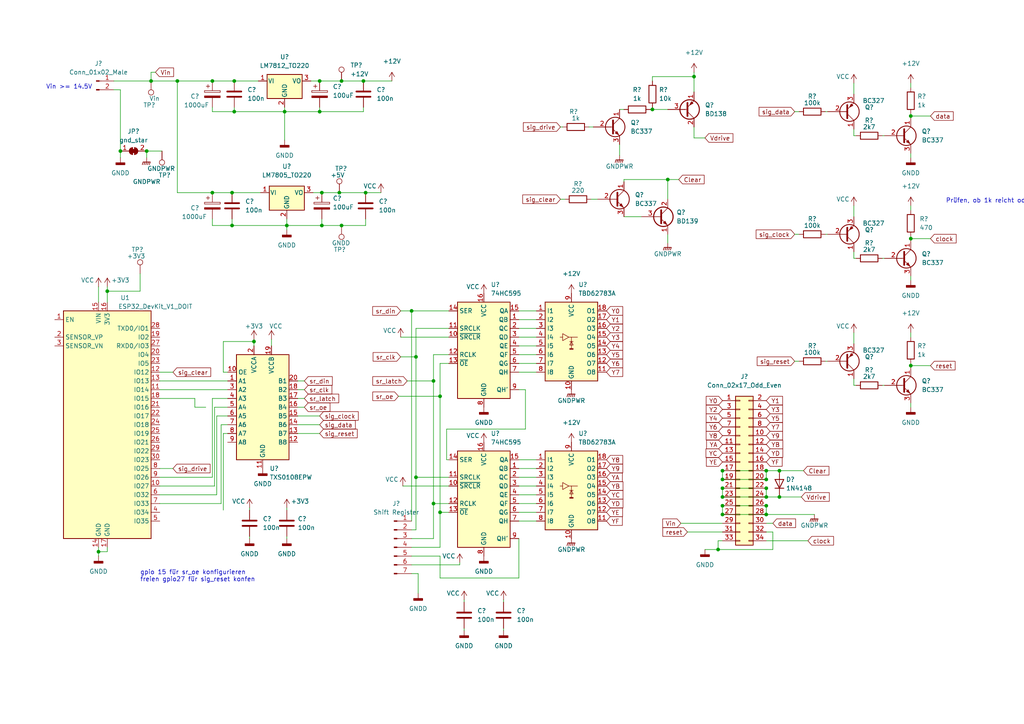
<source format=kicad_sch>
(kicad_sch (version 20211123) (generator eeschema)

  (uuid 80d89bc8-b809-4e58-bc5a-ab4fd0a46070)

  (paper "A4")

  

  (junction (at 67.31 65.405) (diameter 0) (color 0 0 0 0)
    (uuid 03d61a2b-abcd-4e97-a837-d1ebd4aa3d02)
  )
  (junction (at 61.595 23.495) (diameter 0) (color 0 0 0 0)
    (uuid 0a0d72ae-d11c-47d2-bf2c-107871a79d29)
  )
  (junction (at 99.06 23.495) (diameter 0) (color 0 0 0 0)
    (uuid 0bd68cfc-25fe-421f-9238-cc3891cc55d7)
  )
  (junction (at 209.55 136.525) (diameter 0) (color 0 0 0 0)
    (uuid 0ee9a6f9-733b-4eb5-9097-da08b625f4d0)
  )
  (junction (at 264.16 106.045) (diameter 0) (color 0 0 0 0)
    (uuid 1580fbc7-38b8-47f3-9bfd-55124a0fb65a)
  )
  (junction (at 209.55 144.145) (diameter 0) (color 0 0 0 0)
    (uuid 161a10ee-7b22-47c9-9e9c-53f177f13872)
  )
  (junction (at 93.345 55.88) (diameter 0) (color 0 0 0 0)
    (uuid 1674c21c-f029-4156-9d33-2a2e5a380493)
  )
  (junction (at 222.25 149.225) (diameter 0) (color 0 0 0 0)
    (uuid 18c71b36-e024-46e8-a54a-c9e48fc26834)
  )
  (junction (at 61.595 55.88) (diameter 0) (color 0 0 0 0)
    (uuid 2300b859-a34e-497a-b2f3-8add8d046207)
  )
  (junction (at 209.55 141.605) (diameter 0) (color 0 0 0 0)
    (uuid 262c933e-72b6-4ba0-8ef7-b5b9c2407842)
  )
  (junction (at 125.73 146.05) (diameter 0) (color 0 0 0 0)
    (uuid 29a95051-0792-43f5-b2ee-edadcea3d6e1)
  )
  (junction (at 82.55 32.385) (diameter 0) (color 0 0 0 0)
    (uuid 29ea344a-3b9f-4d88-9599-a366f70a516d)
  )
  (junction (at 43.815 23.495) (diameter 0) (color 0 0 0 0)
    (uuid 2cb6c0df-bad4-435b-a872-ea8a2a54cdc7)
  )
  (junction (at 193.675 52.07) (diameter 0) (color 0 0 0 0)
    (uuid 31e57640-6623-442a-b674-48bc3b40ca71)
  )
  (junction (at 222.25 136.525) (diameter 0) (color 0 0 0 0)
    (uuid 32d2e4c2-6947-4e2f-9e34-508e77d02374)
  )
  (junction (at 189.23 31.75) (diameter 0) (color 0 0 0 0)
    (uuid 3d62f834-74e4-468a-a15d-553824edaedd)
  )
  (junction (at 222.25 144.145) (diameter 0) (color 0 0 0 0)
    (uuid 44b5058c-a197-4b73-b41a-38e734a5e3eb)
  )
  (junction (at 264.16 33.655) (diameter 0) (color 0 0 0 0)
    (uuid 47a0f057-4773-4f4c-9d58-68e0aa1f0d84)
  )
  (junction (at 120.65 138.43) (diameter 0) (color 0 0 0 0)
    (uuid 4fdc15c2-b25a-44d1-b5ef-569144e9b4c9)
  )
  (junction (at 67.945 32.385) (diameter 0) (color 0 0 0 0)
    (uuid 56dc401e-3e88-4ea1-a5a0-a9568b75be97)
  )
  (junction (at 209.55 146.685) (diameter 0) (color 0 0 0 0)
    (uuid 662aa996-ff67-4eba-93ee-57ffc8d1630b)
  )
  (junction (at 92.71 23.495) (diameter 0) (color 0 0 0 0)
    (uuid 6815f41c-593b-43b0-9179-ba5a1b3741f8)
  )
  (junction (at 92.71 32.385) (diameter 0) (color 0 0 0 0)
    (uuid 70d2a342-79ba-4299-bac6-66851fc9598d)
  )
  (junction (at 209.55 149.225) (diameter 0) (color 0 0 0 0)
    (uuid 71b08e21-22a5-44a8-b29b-5c553d5a1a83)
  )
  (junction (at 222.25 139.065) (diameter 0) (color 0 0 0 0)
    (uuid 74308b4c-b926-4f71-a496-f43c340efb08)
  )
  (junction (at 34.925 43.815) (diameter 0) (color 0 0 0 0)
    (uuid 7565d38a-47ae-492d-aa2d-71ec9545c80f)
  )
  (junction (at 31.115 84.455) (diameter 0) (color 0 0 0 0)
    (uuid 7a0ce641-3e5f-435f-a773-931c3b1227ff)
  )
  (junction (at 93.345 65.405) (diameter 0) (color 0 0 0 0)
    (uuid 800df61a-c839-4ae2-9776-1c907dac8c19)
  )
  (junction (at 28.575 160.02) (diameter 0) (color 0 0 0 0)
    (uuid 8041ca59-ad9d-45e6-92de-4eaac532cf61)
  )
  (junction (at 226.06 144.145) (diameter 0) (color 0 0 0 0)
    (uuid 8510aa39-4c8f-46a4-b9e8-70869cf81d16)
  )
  (junction (at 125.73 110.49) (diameter 0) (color 0 0 0 0)
    (uuid 8e6813e0-724e-47e2-874c-9fc1828de9af)
  )
  (junction (at 67.945 23.495) (diameter 0) (color 0 0 0 0)
    (uuid 9140f8ef-b42b-491b-adca-37141dbefe8c)
  )
  (junction (at 73.66 99.06) (diameter 0) (color 0 0 0 0)
    (uuid 9f9f60ad-533a-44df-aa09-312f8817d3b2)
  )
  (junction (at 67.31 55.88) (diameter 0) (color 0 0 0 0)
    (uuid a3287ac3-eccb-4911-b32f-8fe846d3494e)
  )
  (junction (at 127.635 148.59) (diameter 0) (color 0 0 0 0)
    (uuid a5e8ce99-318a-4cb8-b020-c55886449336)
  )
  (junction (at 42.545 43.815) (diameter 0) (color 0 0 0 0)
    (uuid a99e3efe-2666-4390-b32b-2b38de17d460)
  )
  (junction (at 127.635 114.935) (diameter 0) (color 0 0 0 0)
    (uuid adac86a2-d060-40a4-8571-9fb35e3bb6b2)
  )
  (junction (at 99.06 65.405) (diameter 0) (color 0 0 0 0)
    (uuid b198b2d3-2370-4f1c-81e7-64453a1ac5b2)
  )
  (junction (at 83.185 65.405) (diameter 0) (color 0 0 0 0)
    (uuid b36f3659-8959-45bf-a984-dd34ffb12e95)
  )
  (junction (at 209.55 139.065) (diameter 0) (color 0 0 0 0)
    (uuid bb220b4e-1f14-461e-b9e5-cd475f011c41)
  )
  (junction (at 120.65 103.505) (diameter 0) (color 0 0 0 0)
    (uuid bd9d809b-2c43-449d-a4e3-77e2e87763da)
  )
  (junction (at 222.25 146.685) (diameter 0) (color 0 0 0 0)
    (uuid c68a64ca-7dc5-4a86-aa51-353d74916d24)
  )
  (junction (at 106.045 55.88) (diameter 0) (color 0 0 0 0)
    (uuid c6d7d5ca-ee84-4a75-a850-af840f3d2d00)
  )
  (junction (at 201.295 22.225) (diameter 0) (color 0 0 0 0)
    (uuid cc338c22-e0af-458c-bdbc-32a8e93a8314)
  )
  (junction (at 264.16 69.215) (diameter 0) (color 0 0 0 0)
    (uuid cdd83089-470f-41ea-b88a-ff3dcbbfe16c)
  )
  (junction (at 98.425 55.88) (diameter 0) (color 0 0 0 0)
    (uuid ced0c5a3-f0f8-4d7b-9e99-76ea11f94bdb)
  )
  (junction (at 208.28 159.385) (diameter 0) (color 0 0 0 0)
    (uuid d3216c8a-1736-4439-8053-e7f15f85ecb0)
  )
  (junction (at 222.25 141.605) (diameter 0) (color 0 0 0 0)
    (uuid e14abb2a-f63c-43d6-83da-9affc0987943)
  )
  (junction (at 51.435 23.495) (diameter 0) (color 0 0 0 0)
    (uuid e8b499cc-63d4-418d-a0e3-3b0edcbf0124)
  )
  (junction (at 226.06 136.525) (diameter 0) (color 0 0 0 0)
    (uuid ebaee278-ea46-443c-b535-95069f8a9fef)
  )
  (junction (at 105.41 23.495) (diameter 0) (color 0 0 0 0)
    (uuid f4849bb7-199f-4377-899e-5661ecacab0f)
  )
  (junction (at 119.38 90.17) (diameter 0) (color 0 0 0 0)
    (uuid f960ce81-67e2-423d-a71d-8a3a2640c64f)
  )

  (wire (pts (xy 120.65 153.67) (xy 119.38 153.67))
    (stroke (width 0) (type default) (color 0 0 0 0))
    (uuid 0171ab37-7acd-429a-a7da-7212daaf2961)
  )
  (wire (pts (xy 264.16 44.45) (xy 264.16 45.72))
    (stroke (width 0) (type default) (color 0 0 0 0))
    (uuid 018515c2-03e3-4de5-b13c-c0a4c0fd29ca)
  )
  (wire (pts (xy 86.36 113.03) (xy 88.265 113.03))
    (stroke (width 0) (type default) (color 0 0 0 0))
    (uuid 018da33a-ad14-407e-9df6-60b687972890)
  )
  (wire (pts (xy 86.36 123.19) (xy 92.71 123.19))
    (stroke (width 0) (type default) (color 0 0 0 0))
    (uuid 01ed6396-b8da-4070-878e-5ccc8dc9c875)
  )
  (wire (pts (xy 127.635 114.935) (xy 127.635 105.41))
    (stroke (width 0) (type default) (color 0 0 0 0))
    (uuid 028c11de-cc03-472d-8e08-3e2278c237d1)
  )
  (wire (pts (xy 116.205 103.505) (xy 120.65 103.505))
    (stroke (width 0) (type default) (color 0 0 0 0))
    (uuid 033e5e43-2be3-44a2-8a71-a604c3ee65c4)
  )
  (wire (pts (xy 133.35 163.83) (xy 133.35 163.195))
    (stroke (width 0) (type default) (color 0 0 0 0))
    (uuid 04a79605-9b48-4618-a006-72d0e7aa32ff)
  )
  (wire (pts (xy 127.635 158.75) (xy 127.635 148.59))
    (stroke (width 0) (type default) (color 0 0 0 0))
    (uuid 060a8235-4c3c-4603-ae24-4dc4232f7bfc)
  )
  (wire (pts (xy 64.135 146.05) (xy 64.135 123.19))
    (stroke (width 0) (type default) (color 0 0 0 0))
    (uuid 06bc59f1-1e4a-4d6d-b751-03b15a03be04)
  )
  (wire (pts (xy 92.71 32.385) (xy 82.55 32.385))
    (stroke (width 0) (type default) (color 0 0 0 0))
    (uuid 06c757dd-648c-4831-a5bf-b09ce6c877c0)
  )
  (wire (pts (xy 73.66 99.06) (xy 64.77 99.06))
    (stroke (width 0) (type default) (color 0 0 0 0))
    (uuid 073ecde1-b64a-4225-81ac-5f4bee4b2ae3)
  )
  (wire (pts (xy 72.39 155.575) (xy 72.39 156.21))
    (stroke (width 0) (type default) (color 0 0 0 0))
    (uuid 0b01debe-59bd-4aa4-af84-8e6bb8018975)
  )
  (wire (pts (xy 150.495 140.97) (xy 155.575 140.97))
    (stroke (width 0) (type default) (color 0 0 0 0))
    (uuid 0b8644da-6c48-459b-81f4-0d15cfb97cab)
  )
  (wire (pts (xy 92.71 23.495) (xy 99.06 23.495))
    (stroke (width 0) (type default) (color 0 0 0 0))
    (uuid 0bc3de64-b131-4968-9781-4bbd628c0f2a)
  )
  (wire (pts (xy 248.285 39.37) (xy 247.65 39.37))
    (stroke (width 0) (type default) (color 0 0 0 0))
    (uuid 0bf0b103-982b-4edb-8f3c-31b39c59173e)
  )
  (wire (pts (xy 61.595 32.385) (xy 61.595 31.115))
    (stroke (width 0) (type default) (color 0 0 0 0))
    (uuid 0bf99f6b-d6b1-4e85-977b-1eb74d487d62)
  )
  (wire (pts (xy 189.23 31.115) (xy 189.23 31.75))
    (stroke (width 0) (type default) (color 0 0 0 0))
    (uuid 0cd8465a-20a9-428e-a805-78b75348686f)
  )
  (wire (pts (xy 130.175 102.87) (xy 125.73 102.87))
    (stroke (width 0) (type default) (color 0 0 0 0))
    (uuid 0cdf8d28-c281-49de-8dce-5641a535029f)
  )
  (wire (pts (xy 62.865 120.65) (xy 62.865 143.51))
    (stroke (width 0) (type default) (color 0 0 0 0))
    (uuid 0ce30d4a-98ca-4f44-9194-9c4d52de1ec4)
  )
  (wire (pts (xy 86.36 110.49) (xy 88.265 110.49))
    (stroke (width 0) (type default) (color 0 0 0 0))
    (uuid 0d36ac52-396e-48e3-8392-93f9612cc854)
  )
  (wire (pts (xy 248.285 74.93) (xy 247.65 74.93))
    (stroke (width 0) (type default) (color 0 0 0 0))
    (uuid 0ed40224-3214-4204-b4dc-4d82d2408c00)
  )
  (wire (pts (xy 83.185 65.405) (xy 83.185 66.675))
    (stroke (width 0) (type default) (color 0 0 0 0))
    (uuid 10331b36-1e2d-49e5-8557-8a253a513ff9)
  )
  (wire (pts (xy 99.06 65.405) (xy 93.345 65.405))
    (stroke (width 0) (type default) (color 0 0 0 0))
    (uuid 103b02c5-81ee-45b5-b2c7-46b659b0aa56)
  )
  (wire (pts (xy 67.945 32.385) (xy 61.595 32.385))
    (stroke (width 0) (type default) (color 0 0 0 0))
    (uuid 1053d421-e340-4f03-a5a1-a855dac6fffd)
  )
  (wire (pts (xy 31.115 84.455) (xy 31.115 87.63))
    (stroke (width 0) (type default) (color 0 0 0 0))
    (uuid 10acd3a6-f2b2-4c66-a9bf-c4fbb84a9a90)
  )
  (wire (pts (xy 42.545 43.815) (xy 42.545 45.72))
    (stroke (width 0) (type default) (color 0 0 0 0))
    (uuid 17a8d555-3988-483a-8a2a-6e94db2fbf51)
  )
  (wire (pts (xy 264.16 116.84) (xy 264.16 118.11))
    (stroke (width 0) (type default) (color 0 0 0 0))
    (uuid 1ad1ee19-6da4-42de-9355-7e382a2cbdb4)
  )
  (wire (pts (xy 201.295 26.67) (xy 201.295 22.225))
    (stroke (width 0) (type default) (color 0 0 0 0))
    (uuid 1afcbe6c-1b42-494c-9f7a-d115602d9a9a)
  )
  (wire (pts (xy 118.11 110.49) (xy 125.73 110.49))
    (stroke (width 0) (type default) (color 0 0 0 0))
    (uuid 1bc588c6-924b-448a-a2a8-213258a41d82)
  )
  (wire (pts (xy 226.06 144.145) (xy 232.41 144.145))
    (stroke (width 0) (type default) (color 0 0 0 0))
    (uuid 1c50113e-3b89-42ea-b455-5213e5ee1482)
  )
  (wire (pts (xy 264.16 33.655) (xy 264.16 34.29))
    (stroke (width 0) (type default) (color 0 0 0 0))
    (uuid 1d48afd6-512a-495b-a043-15e44e76246e)
  )
  (wire (pts (xy 150.495 146.05) (xy 155.575 146.05))
    (stroke (width 0) (type default) (color 0 0 0 0))
    (uuid 1e8b3a30-e213-46e6-a855-309d5dc769a5)
  )
  (wire (pts (xy 83.185 63.5) (xy 83.185 65.405))
    (stroke (width 0) (type default) (color 0 0 0 0))
    (uuid 1f9c38f6-3cc6-4b48-b086-4be23ad5fe90)
  )
  (wire (pts (xy 247.65 24.13) (xy 247.65 27.305))
    (stroke (width 0) (type default) (color 0 0 0 0))
    (uuid 216326a2-8477-4b52-863f-684539c94e1b)
  )
  (wire (pts (xy 239.395 32.385) (xy 240.03 32.385))
    (stroke (width 0) (type default) (color 0 0 0 0))
    (uuid 2281516c-12c6-4f71-a4d7-1c10a4eb045f)
  )
  (wire (pts (xy 40.64 84.455) (xy 31.115 84.455))
    (stroke (width 0) (type default) (color 0 0 0 0))
    (uuid 23782758-29b6-402c-ad29-a1d0a5a77ebe)
  )
  (wire (pts (xy 163.195 36.83) (xy 162.56 36.83))
    (stroke (width 0) (type default) (color 0 0 0 0))
    (uuid 24f3323b-ff04-4161-991f-3de863941c4b)
  )
  (wire (pts (xy 61.595 63.5) (xy 61.595 65.405))
    (stroke (width 0) (type default) (color 0 0 0 0))
    (uuid 265ecac5-9499-43ab-99bc-5c72917e4ca4)
  )
  (wire (pts (xy 46.355 138.43) (xy 61.595 138.43))
    (stroke (width 0) (type default) (color 0 0 0 0))
    (uuid 269fc16b-a1ed-4714-a09f-07f0146a81a3)
  )
  (wire (pts (xy 66.04 115.57) (xy 61.595 115.57))
    (stroke (width 0) (type default) (color 0 0 0 0))
    (uuid 29b7491b-11c6-4b03-8086-840cba8b3520)
  )
  (wire (pts (xy 150.495 92.71) (xy 155.575 92.71))
    (stroke (width 0) (type default) (color 0 0 0 0))
    (uuid 29eab619-690f-40eb-9cc2-f91e8d04312a)
  )
  (wire (pts (xy 150.495 133.35) (xy 155.575 133.35))
    (stroke (width 0) (type default) (color 0 0 0 0))
    (uuid 2a8b1789-6de2-4c22-b310-1a13f445ea38)
  )
  (wire (pts (xy 189.23 31.75) (xy 193.675 31.75))
    (stroke (width 0) (type default) (color 0 0 0 0))
    (uuid 2bd17819-1de8-42fb-8a2c-cbf38026b94d)
  )
  (wire (pts (xy 45.085 20.955) (xy 43.815 20.955))
    (stroke (width 0) (type default) (color 0 0 0 0))
    (uuid 2d083d33-5a5b-4490-a829-b4ba31c3d35a)
  )
  (wire (pts (xy 90.805 55.88) (xy 93.345 55.88))
    (stroke (width 0) (type default) (color 0 0 0 0))
    (uuid 2edb418f-c7a3-4348-9757-d7ddf42b2325)
  )
  (wire (pts (xy 106.045 63.5) (xy 106.045 65.405))
    (stroke (width 0) (type default) (color 0 0 0 0))
    (uuid 2ff923a5-3e65-4c5b-a8da-a3d43df967d8)
  )
  (wire (pts (xy 28.575 83.185) (xy 28.575 87.63))
    (stroke (width 0) (type default) (color 0 0 0 0))
    (uuid 312cb0c0-832a-432b-9ccf-92cc754f3d3c)
  )
  (wire (pts (xy 171.45 57.785) (xy 173.355 57.785))
    (stroke (width 0) (type default) (color 0 0 0 0))
    (uuid 34d234de-1b5f-432a-b5e8-57ee0e449662)
  )
  (wire (pts (xy 127.635 161.29) (xy 119.38 161.29))
    (stroke (width 0) (type default) (color 0 0 0 0))
    (uuid 368a786f-fcca-47f1-a18a-072f5369c5b5)
  )
  (wire (pts (xy 67.31 65.405) (xy 83.185 65.405))
    (stroke (width 0) (type default) (color 0 0 0 0))
    (uuid 37624d33-07e9-437d-ba18-bd2647cb98f3)
  )
  (wire (pts (xy 73.66 98.425) (xy 73.66 99.06))
    (stroke (width 0) (type default) (color 0 0 0 0))
    (uuid 380110a9-c9fd-490c-a19f-2af95e767a3c)
  )
  (wire (pts (xy 222.25 156.845) (xy 234.315 156.845))
    (stroke (width 0) (type default) (color 0 0 0 0))
    (uuid 382416ee-92db-493d-81a9-9aaca4dcef3e)
  )
  (wire (pts (xy 239.395 67.945) (xy 240.03 67.945))
    (stroke (width 0) (type default) (color 0 0 0 0))
    (uuid 3898a68d-02e5-4501-84ff-a6ae08f790de)
  )
  (wire (pts (xy 83.185 147.32) (xy 83.185 147.955))
    (stroke (width 0) (type default) (color 0 0 0 0))
    (uuid 397bec90-e045-4d8a-9136-1f2939d4914a)
  )
  (wire (pts (xy 119.38 166.37) (xy 121.285 166.37))
    (stroke (width 0) (type default) (color 0 0 0 0))
    (uuid 3bbe7b9f-84c8-463f-a25c-db7e81a9de65)
  )
  (wire (pts (xy 127.635 148.59) (xy 127.635 114.935))
    (stroke (width 0) (type default) (color 0 0 0 0))
    (uuid 3bbf68ea-7ed7-41fa-ab37-bac2a0b6cdcf)
  )
  (wire (pts (xy 62.23 118.11) (xy 66.04 118.11))
    (stroke (width 0) (type default) (color 0 0 0 0))
    (uuid 3c68a9f5-e5e4-4fb5-8485-d346ab9df0a4)
  )
  (wire (pts (xy 106.045 55.88) (xy 110.49 55.88))
    (stroke (width 0) (type default) (color 0 0 0 0))
    (uuid 3d42c53d-63e5-4e4c-9b19-6db8f302d5ce)
  )
  (wire (pts (xy 224.155 159.385) (xy 208.28 159.385))
    (stroke (width 0) (type default) (color 0 0 0 0))
    (uuid 3d7ab83e-571c-4c95-baf0-e150a9f110dc)
  )
  (wire (pts (xy 46.355 146.05) (xy 64.135 146.05))
    (stroke (width 0) (type default) (color 0 0 0 0))
    (uuid 3f92db0e-37e8-4e6b-8ddb-77f86a17cfa8)
  )
  (wire (pts (xy 152.4 124.46) (xy 129.54 124.46))
    (stroke (width 0) (type default) (color 0 0 0 0))
    (uuid 3fe9a48b-78df-437a-8e66-5eedbd0469ad)
  )
  (wire (pts (xy 264.16 96.52) (xy 264.16 97.79))
    (stroke (width 0) (type default) (color 0 0 0 0))
    (uuid 4236ef43-ec1a-45ad-be89-091257bfcc41)
  )
  (wire (pts (xy 93.345 55.88) (xy 98.425 55.88))
    (stroke (width 0) (type default) (color 0 0 0 0))
    (uuid 46b09a85-042b-4d6a-8ba0-a7b9fa7f3c3b)
  )
  (wire (pts (xy 61.595 55.88) (xy 67.31 55.88))
    (stroke (width 0) (type default) (color 0 0 0 0))
    (uuid 46ee6bd4-13c7-46a5-b915-8cad87229b73)
  )
  (wire (pts (xy 255.905 74.93) (xy 256.54 74.93))
    (stroke (width 0) (type default) (color 0 0 0 0))
    (uuid 47c27c37-a56d-4a02-a656-4f1b3991cd61)
  )
  (wire (pts (xy 222.25 149.225) (xy 236.22 149.225))
    (stroke (width 0) (type default) (color 0 0 0 0))
    (uuid 47c3290a-9e30-48db-b33d-c84034fcef6a)
  )
  (wire (pts (xy 230.505 32.385) (xy 231.775 32.385))
    (stroke (width 0) (type default) (color 0 0 0 0))
    (uuid 4ba71937-e3d3-4510-af40-ec8e5b6c6d70)
  )
  (wire (pts (xy 134.62 182.245) (xy 134.62 182.88))
    (stroke (width 0) (type default) (color 0 0 0 0))
    (uuid 5177750f-571c-4f6b-a308-cd29b5a4c5aa)
  )
  (wire (pts (xy 119.38 158.75) (xy 127.635 158.75))
    (stroke (width 0) (type default) (color 0 0 0 0))
    (uuid 51ab0f02-00d8-481a-8497-e42db0a857a0)
  )
  (wire (pts (xy 264.16 59.69) (xy 264.16 60.96))
    (stroke (width 0) (type default) (color 0 0 0 0))
    (uuid 52e4bd15-3e6c-41b2-b4a2-7f2c0ec17451)
  )
  (wire (pts (xy 125.73 110.49) (xy 125.73 146.05))
    (stroke (width 0) (type default) (color 0 0 0 0))
    (uuid 5437e978-e155-4251-be05-1f8f1da457ff)
  )
  (wire (pts (xy 51.435 55.88) (xy 61.595 55.88))
    (stroke (width 0) (type default) (color 0 0 0 0))
    (uuid 55b2f02e-86b7-4438-bb56-53252363e756)
  )
  (wire (pts (xy 180.975 62.865) (xy 186.055 62.865))
    (stroke (width 0) (type default) (color 0 0 0 0))
    (uuid 56cc0992-caaa-4886-b3a0-83569530e5fd)
  )
  (wire (pts (xy 150.495 97.79) (xy 155.575 97.79))
    (stroke (width 0) (type default) (color 0 0 0 0))
    (uuid 5898dbdf-9a1b-4f4c-b476-84e70029b143)
  )
  (wire (pts (xy 222.25 151.765) (xy 224.155 151.765))
    (stroke (width 0) (type default) (color 0 0 0 0))
    (uuid 590b9b69-fddf-4bb0-97b9-514d4d5361b7)
  )
  (wire (pts (xy 209.55 139.065) (xy 222.25 139.065))
    (stroke (width 0) (type default) (color 0 0 0 0))
    (uuid 595e677f-ac79-4337-a30d-5791a17105ba)
  )
  (wire (pts (xy 64.77 125.73) (xy 64.77 147.955))
    (stroke (width 0) (type default) (color 0 0 0 0))
    (uuid 5a4d465d-e2fd-4ae8-aada-5d54b185331b)
  )
  (wire (pts (xy 82.55 32.385) (xy 67.945 32.385))
    (stroke (width 0) (type default) (color 0 0 0 0))
    (uuid 5a5ff805-77b4-4bff-9d87-bdd612c244af)
  )
  (wire (pts (xy 209.55 136.525) (xy 209.55 139.065))
    (stroke (width 0) (type default) (color 0 0 0 0))
    (uuid 5ba91c52-00e1-4a15-8118-4fb044fd7750)
  )
  (wire (pts (xy 180.975 52.07) (xy 180.975 52.705))
    (stroke (width 0) (type default) (color 0 0 0 0))
    (uuid 5daf7a98-fd2c-4c75-acf8-45bdfe325cd8)
  )
  (wire (pts (xy 224.155 154.305) (xy 224.155 159.385))
    (stroke (width 0) (type default) (color 0 0 0 0))
    (uuid 5e868172-3b0f-454a-8563-e61f7c4a96a5)
  )
  (wire (pts (xy 150.495 107.95) (xy 155.575 107.95))
    (stroke (width 0) (type default) (color 0 0 0 0))
    (uuid 5e921594-9080-46cf-a6f9-5c882aa7cc89)
  )
  (wire (pts (xy 189.23 22.225) (xy 189.23 23.495))
    (stroke (width 0) (type default) (color 0 0 0 0))
    (uuid 5ee0e005-6265-484f-9888-1738e2b8623c)
  )
  (wire (pts (xy 46.355 143.51) (xy 62.865 143.51))
    (stroke (width 0) (type default) (color 0 0 0 0))
    (uuid 60442db8-a728-4082-95ae-faba7332ddf2)
  )
  (wire (pts (xy 264.16 69.215) (xy 264.16 69.85))
    (stroke (width 0) (type default) (color 0 0 0 0))
    (uuid 616a7bc1-6ce1-47b7-95ec-6141d1f9fa34)
  )
  (wire (pts (xy 106.045 65.405) (xy 99.06 65.405))
    (stroke (width 0) (type default) (color 0 0 0 0))
    (uuid 62228e7c-6ee0-4568-b2e9-0ae3033d5d12)
  )
  (wire (pts (xy 209.55 141.605) (xy 222.25 141.605))
    (stroke (width 0) (type default) (color 0 0 0 0))
    (uuid 6443195e-942a-4781-9567-1dda5236a4ce)
  )
  (wire (pts (xy 34.925 26.035) (xy 33.02 26.035))
    (stroke (width 0) (type default) (color 0 0 0 0))
    (uuid 66205764-6d44-40a9-ab49-e9523492b6d3)
  )
  (wire (pts (xy 152.4 113.03) (xy 152.4 124.46))
    (stroke (width 0) (type default) (color 0 0 0 0))
    (uuid 67448d02-c24a-4fbd-86eb-62b4afaaf281)
  )
  (wire (pts (xy 43.815 23.495) (xy 51.435 23.495))
    (stroke (width 0) (type default) (color 0 0 0 0))
    (uuid 67b0d133-e14b-4b56-ad3d-b8acfd41fa33)
  )
  (wire (pts (xy 193.675 57.785) (xy 193.675 52.07))
    (stroke (width 0) (type default) (color 0 0 0 0))
    (uuid 67c4261e-1840-4307-a0ce-db8fec9bf59d)
  )
  (wire (pts (xy 46.355 135.89) (xy 50.165 135.89))
    (stroke (width 0) (type default) (color 0 0 0 0))
    (uuid 6818933f-696e-4b70-82de-b50bba43ab40)
  )
  (wire (pts (xy 125.73 102.87) (xy 125.73 110.49))
    (stroke (width 0) (type default) (color 0 0 0 0))
    (uuid 686e83b9-e037-49c8-ad11-c8c19317d5b9)
  )
  (wire (pts (xy 129.54 133.35) (xy 130.175 133.35))
    (stroke (width 0) (type default) (color 0 0 0 0))
    (uuid 6a278671-bb57-4d7f-93da-25ff82bbdce9)
  )
  (wire (pts (xy 230.505 104.775) (xy 231.775 104.775))
    (stroke (width 0) (type default) (color 0 0 0 0))
    (uuid 6a7581f1-19a0-44c2-b4ea-07d8e0fcccab)
  )
  (wire (pts (xy 105.41 32.385) (xy 92.71 32.385))
    (stroke (width 0) (type default) (color 0 0 0 0))
    (uuid 6b6a1787-eca0-44e3-bb15-f34a837dff7b)
  )
  (wire (pts (xy 222.25 141.605) (xy 222.25 144.145))
    (stroke (width 0) (type default) (color 0 0 0 0))
    (uuid 6b8df514-4e70-4053-b285-3466d197fa8e)
  )
  (wire (pts (xy 61.595 115.57) (xy 61.595 138.43))
    (stroke (width 0) (type default) (color 0 0 0 0))
    (uuid 6ba19dc2-dcae-4ffc-896d-cab4a78feb27)
  )
  (wire (pts (xy 31.115 83.185) (xy 31.115 84.455))
    (stroke (width 0) (type default) (color 0 0 0 0))
    (uuid 6cd6a7a3-8966-414b-860d-702e644cbd71)
  )
  (wire (pts (xy 209.55 149.225) (xy 222.25 149.225))
    (stroke (width 0) (type default) (color 0 0 0 0))
    (uuid 6f403bf0-b994-491b-865a-1df4622b3495)
  )
  (wire (pts (xy 264.16 106.045) (xy 264.16 106.68))
    (stroke (width 0) (type default) (color 0 0 0 0))
    (uuid 6f73bfc6-5a4c-4dc2-a227-6de1aa837a5e)
  )
  (wire (pts (xy 56.515 118.11) (xy 59.69 118.11))
    (stroke (width 0) (type default) (color 0 0 0 0))
    (uuid 705d9097-9b0d-4c5f-a5ab-8c65d009b953)
  )
  (wire (pts (xy 67.31 63.5) (xy 67.31 65.405))
    (stroke (width 0) (type default) (color 0 0 0 0))
    (uuid 708cee4c-2a3c-48cd-a0eb-32d5a0f1ceff)
  )
  (wire (pts (xy 83.185 155.575) (xy 83.185 156.21))
    (stroke (width 0) (type default) (color 0 0 0 0))
    (uuid 70b436af-3a78-425e-99d8-c4b6cbcd7064)
  )
  (wire (pts (xy 115.57 114.935) (xy 127.635 114.935))
    (stroke (width 0) (type default) (color 0 0 0 0))
    (uuid 7459d32d-f597-4b69-a493-d44c833c9173)
  )
  (wire (pts (xy 209.55 146.685) (xy 209.55 149.225))
    (stroke (width 0) (type default) (color 0 0 0 0))
    (uuid 7632e4cf-d494-4b4c-988c-45ae2ee45d4b)
  )
  (wire (pts (xy 264.16 33.02) (xy 264.16 33.655))
    (stroke (width 0) (type default) (color 0 0 0 0))
    (uuid 76ca19e4-abe4-4901-8b82-7c2c26e8bc13)
  )
  (wire (pts (xy 105.41 23.495) (xy 113.665 23.495))
    (stroke (width 0) (type default) (color 0 0 0 0))
    (uuid 783702b8-a19d-4c24-9f0d-bab179115366)
  )
  (wire (pts (xy 42.545 43.815) (xy 46.99 43.815))
    (stroke (width 0) (type default) (color 0 0 0 0))
    (uuid 7933fe5e-bc60-4dea-8dec-86c4d68edae8)
  )
  (wire (pts (xy 150.495 156.21) (xy 150.495 167.64))
    (stroke (width 0) (type default) (color 0 0 0 0))
    (uuid 7d0dfdb4-86c6-4d43-955e-e4a55b90e5c3)
  )
  (wire (pts (xy 40.64 79.375) (xy 40.64 84.455))
    (stroke (width 0) (type default) (color 0 0 0 0))
    (uuid 7eb13d2d-cd62-4721-a598-1290a4867e85)
  )
  (wire (pts (xy 150.495 138.43) (xy 155.575 138.43))
    (stroke (width 0) (type default) (color 0 0 0 0))
    (uuid 7eb96ad3-29fd-4b01-ba4f-5c1bb4e170e1)
  )
  (wire (pts (xy 134.62 173.99) (xy 134.62 174.625))
    (stroke (width 0) (type default) (color 0 0 0 0))
    (uuid 7ebf7075-7bdc-4f37-aab2-6bac1a336833)
  )
  (wire (pts (xy 99.06 23.495) (xy 105.41 23.495))
    (stroke (width 0) (type default) (color 0 0 0 0))
    (uuid 7f2e3854-4c0d-41e8-a91e-c14b523b197a)
  )
  (wire (pts (xy 150.495 100.33) (xy 155.575 100.33))
    (stroke (width 0) (type default) (color 0 0 0 0))
    (uuid 805df14c-dd12-4ea1-932f-320275d021fa)
  )
  (wire (pts (xy 46.355 115.57) (xy 56.515 115.57))
    (stroke (width 0) (type default) (color 0 0 0 0))
    (uuid 82d961c3-a434-442d-8deb-8ec4373890fd)
  )
  (wire (pts (xy 179.705 41.91) (xy 179.705 45.085))
    (stroke (width 0) (type default) (color 0 0 0 0))
    (uuid 84f7265a-99ef-456f-9ac3-325fdeea13a4)
  )
  (wire (pts (xy 264.16 80.01) (xy 264.16 81.28))
    (stroke (width 0) (type default) (color 0 0 0 0))
    (uuid 850b879a-d6d9-45b5-8deb-79babffb8fe8)
  )
  (wire (pts (xy 90.17 23.495) (xy 92.71 23.495))
    (stroke (width 0) (type default) (color 0 0 0 0))
    (uuid 8521d2ea-1e6e-4355-b62e-45d892158a67)
  )
  (wire (pts (xy 204.47 159.385) (xy 208.28 159.385))
    (stroke (width 0) (type default) (color 0 0 0 0))
    (uuid 858107db-db9e-42c2-9bff-1a3c526c68a6)
  )
  (wire (pts (xy 116.84 140.97) (xy 130.175 140.97))
    (stroke (width 0) (type default) (color 0 0 0 0))
    (uuid 85a6b9e0-35d0-459c-83b0-7998429255dd)
  )
  (wire (pts (xy 125.73 146.05) (xy 125.73 156.21))
    (stroke (width 0) (type default) (color 0 0 0 0))
    (uuid 8603c220-907e-4209-8b30-c7e18e14b453)
  )
  (wire (pts (xy 129.54 124.46) (xy 129.54 133.35))
    (stroke (width 0) (type default) (color 0 0 0 0))
    (uuid 86a073d4-8cf7-4766-b6c6-91fc8dff211a)
  )
  (wire (pts (xy 208.28 159.385) (xy 208.28 156.845))
    (stroke (width 0) (type default) (color 0 0 0 0))
    (uuid 872055b8-73e5-4003-b906-380fc1fdedac)
  )
  (wire (pts (xy 46.355 113.03) (xy 66.04 113.03))
    (stroke (width 0) (type default) (color 0 0 0 0))
    (uuid 87ba2290-c1e3-4897-af0b-64f7494ade45)
  )
  (wire (pts (xy 197.485 151.765) (xy 209.55 151.765))
    (stroke (width 0) (type default) (color 0 0 0 0))
    (uuid 89455cb1-5724-49e7-800a-11435fd89420)
  )
  (wire (pts (xy 31.115 158.75) (xy 31.115 160.02))
    (stroke (width 0) (type default) (color 0 0 0 0))
    (uuid 8aa3b0e0-d66e-40c4-9189-fac4a359be9d)
  )
  (wire (pts (xy 150.495 151.13) (xy 155.575 151.13))
    (stroke (width 0) (type default) (color 0 0 0 0))
    (uuid 8b6f938b-f660-40e3-9d0b-c10fad9a568b)
  )
  (wire (pts (xy 248.285 111.76) (xy 247.65 111.76))
    (stroke (width 0) (type default) (color 0 0 0 0))
    (uuid 8b8538c4-c0a1-4ec3-9918-89c2da18d7e1)
  )
  (wire (pts (xy 78.74 98.425) (xy 78.74 100.33))
    (stroke (width 0) (type default) (color 0 0 0 0))
    (uuid 90a88a7e-0490-4a8f-b70c-92d0a3ba155e)
  )
  (wire (pts (xy 239.395 104.775) (xy 240.03 104.775))
    (stroke (width 0) (type default) (color 0 0 0 0))
    (uuid 92050885-77de-4dbb-b1c0-8074b20f0ad7)
  )
  (wire (pts (xy 64.135 123.19) (xy 66.04 123.19))
    (stroke (width 0) (type default) (color 0 0 0 0))
    (uuid 928db154-085e-407b-8ca4-b46950d5bb42)
  )
  (wire (pts (xy 120.65 103.505) (xy 120.65 138.43))
    (stroke (width 0) (type default) (color 0 0 0 0))
    (uuid 92c43f9e-a6bb-4e7c-bc50-ff5dd5de760f)
  )
  (wire (pts (xy 222.25 144.145) (xy 226.06 144.145))
    (stroke (width 0) (type default) (color 0 0 0 0))
    (uuid 938d1b33-2709-4876-a4db-788569b218a8)
  )
  (wire (pts (xy 64.77 107.95) (xy 66.04 107.95))
    (stroke (width 0) (type default) (color 0 0 0 0))
    (uuid 93a4d88e-bc96-4dfa-9e44-3eb80a73e779)
  )
  (wire (pts (xy 222.25 136.525) (xy 222.25 139.065))
    (stroke (width 0) (type default) (color 0 0 0 0))
    (uuid 97f949d9-5feb-4fc6-ad1e-2ce37c503179)
  )
  (wire (pts (xy 105.41 31.115) (xy 105.41 32.385))
    (stroke (width 0) (type default) (color 0 0 0 0))
    (uuid 981d2819-63d9-4641-95e1-e8a734fd78c0)
  )
  (wire (pts (xy 247.65 59.69) (xy 247.65 62.865))
    (stroke (width 0) (type default) (color 0 0 0 0))
    (uuid 98f7daa8-6b05-44c2-8d46-bd4da99370b0)
  )
  (wire (pts (xy 43.815 20.955) (xy 43.815 23.495))
    (stroke (width 0) (type default) (color 0 0 0 0))
    (uuid 996ab8b0-eba3-4863-9ce7-48af80a42d6c)
  )
  (wire (pts (xy 67.31 55.88) (xy 75.565 55.88))
    (stroke (width 0) (type default) (color 0 0 0 0))
    (uuid 99e1ea36-909d-4ba3-aacd-8122483bf661)
  )
  (wire (pts (xy 150.495 167.64) (xy 127.635 167.64))
    (stroke (width 0) (type default) (color 0 0 0 0))
    (uuid 9e2754fc-0d4f-438d-9191-2c0a4fc6e6a4)
  )
  (wire (pts (xy 264.16 33.655) (xy 269.875 33.655))
    (stroke (width 0) (type default) (color 0 0 0 0))
    (uuid 9ef71133-0280-45ff-ae15-1a3cd7c163fc)
  )
  (wire (pts (xy 222.25 136.525) (xy 226.06 136.525))
    (stroke (width 0) (type default) (color 0 0 0 0))
    (uuid 9ff7da25-ceaa-4f88-8e32-8cc80b8562ad)
  )
  (wire (pts (xy 46.355 140.97) (xy 62.23 140.97))
    (stroke (width 0) (type default) (color 0 0 0 0))
    (uuid a156f89a-6f27-4fc9-81fa-2b954353981f)
  )
  (wire (pts (xy 146.05 182.245) (xy 146.05 182.88))
    (stroke (width 0) (type default) (color 0 0 0 0))
    (uuid a1cffb09-cc31-4c18-85ad-1768f0ef954e)
  )
  (wire (pts (xy 193.675 52.07) (xy 180.975 52.07))
    (stroke (width 0) (type default) (color 0 0 0 0))
    (uuid a2527cfc-0995-4609-b9da-8b5652c1decb)
  )
  (wire (pts (xy 67.945 23.495) (xy 74.93 23.495))
    (stroke (width 0) (type default) (color 0 0 0 0))
    (uuid a2d4d7a2-e257-4938-8ec4-fb459931a86b)
  )
  (wire (pts (xy 119.38 90.17) (xy 130.175 90.17))
    (stroke (width 0) (type default) (color 0 0 0 0))
    (uuid a34a6b65-50c5-49d3-870a-d9aece34fd5e)
  )
  (wire (pts (xy 33.02 23.495) (xy 43.815 23.495))
    (stroke (width 0) (type default) (color 0 0 0 0))
    (uuid a3e34f36-98cc-4876-9aba-f8f0c4324c32)
  )
  (wire (pts (xy 67.945 31.115) (xy 67.945 32.385))
    (stroke (width 0) (type default) (color 0 0 0 0))
    (uuid a5920bbf-fa89-490d-8804-2f9ce7d446ad)
  )
  (wire (pts (xy 180.975 31.75) (xy 179.705 31.75))
    (stroke (width 0) (type default) (color 0 0 0 0))
    (uuid ab38ac8c-d772-4e31-8ef8-dea419571927)
  )
  (wire (pts (xy 208.28 156.845) (xy 209.55 156.845))
    (stroke (width 0) (type default) (color 0 0 0 0))
    (uuid ad9ec1bf-2c27-41d7-9ab0-2b6ec57d31f5)
  )
  (wire (pts (xy 56.515 115.57) (xy 56.515 118.11))
    (stroke (width 0) (type default) (color 0 0 0 0))
    (uuid af34e542-efa1-4567-9311-f9b86dbdd198)
  )
  (wire (pts (xy 34.925 26.035) (xy 34.925 43.815))
    (stroke (width 0) (type default) (color 0 0 0 0))
    (uuid af4287af-e66b-480f-822e-d0ffb08f6407)
  )
  (wire (pts (xy 264.16 68.58) (xy 264.16 69.215))
    (stroke (width 0) (type default) (color 0 0 0 0))
    (uuid af56e0f6-2afa-4c55-a98c-26a10671cdbc)
  )
  (wire (pts (xy 46.355 110.49) (xy 66.04 110.49))
    (stroke (width 0) (type default) (color 0 0 0 0))
    (uuid b16e7e6c-d815-44ec-9b6e-3bdeba9596c2)
  )
  (wire (pts (xy 199.39 154.305) (xy 209.55 154.305))
    (stroke (width 0) (type default) (color 0 0 0 0))
    (uuid b1dd2fa6-6ced-4610-9c9a-e0f5131a40b7)
  )
  (wire (pts (xy 209.55 141.605) (xy 209.55 144.145))
    (stroke (width 0) (type default) (color 0 0 0 0))
    (uuid b20227fb-9ae1-4b16-9c95-e5177d42f2f7)
  )
  (wire (pts (xy 150.495 148.59) (xy 155.575 148.59))
    (stroke (width 0) (type default) (color 0 0 0 0))
    (uuid b332478a-3546-4092-9f1e-828135d83b9d)
  )
  (wire (pts (xy 120.65 138.43) (xy 130.175 138.43))
    (stroke (width 0) (type default) (color 0 0 0 0))
    (uuid b3bfab97-a514-4793-9a93-fd3af7546170)
  )
  (wire (pts (xy 150.495 105.41) (xy 155.575 105.41))
    (stroke (width 0) (type default) (color 0 0 0 0))
    (uuid b4e7b94f-534c-4414-8157-ef498f08874b)
  )
  (wire (pts (xy 51.435 55.88) (xy 51.435 23.495))
    (stroke (width 0) (type default) (color 0 0 0 0))
    (uuid b6da8327-0bdc-4ca9-9cd6-3d9f90f4f8e6)
  )
  (wire (pts (xy 146.05 173.99) (xy 146.05 174.625))
    (stroke (width 0) (type default) (color 0 0 0 0))
    (uuid b8a1aaea-5458-4315-a4a3-ea2e36c384e4)
  )
  (wire (pts (xy 28.575 160.02) (xy 28.575 161.29))
    (stroke (width 0) (type default) (color 0 0 0 0))
    (uuid b96ec42c-6d52-4a9e-8c13-935f6c256e7e)
  )
  (wire (pts (xy 170.815 36.83) (xy 172.085 36.83))
    (stroke (width 0) (type default) (color 0 0 0 0))
    (uuid b9708401-1e0e-4c4f-9dbd-fa7c4bf38260)
  )
  (wire (pts (xy 264.16 69.215) (xy 269.875 69.215))
    (stroke (width 0) (type default) (color 0 0 0 0))
    (uuid b99b98e8-feff-44c7-a789-0ef3bb7d1d9a)
  )
  (wire (pts (xy 121.285 166.37) (xy 121.285 172.085))
    (stroke (width 0) (type default) (color 0 0 0 0))
    (uuid ba28ee65-7348-4746-aa4e-dc20e4167293)
  )
  (wire (pts (xy 98.425 55.88) (xy 106.045 55.88))
    (stroke (width 0) (type default) (color 0 0 0 0))
    (uuid bb1ba22e-dc0f-478e-8b87-ba75410617de)
  )
  (wire (pts (xy 86.36 118.11) (xy 88.265 118.11))
    (stroke (width 0) (type default) (color 0 0 0 0))
    (uuid bbe60993-b495-4cc0-91ed-cb63482e4322)
  )
  (wire (pts (xy 120.65 95.25) (xy 120.65 103.505))
    (stroke (width 0) (type default) (color 0 0 0 0))
    (uuid bd8f8ee9-9791-4f2a-8061-cae7132af4b3)
  )
  (wire (pts (xy 66.04 125.73) (xy 64.77 125.73))
    (stroke (width 0) (type default) (color 0 0 0 0))
    (uuid beaf8fa1-72b4-4456-8cad-4cdae7739152)
  )
  (wire (pts (xy 61.595 23.495) (xy 67.945 23.495))
    (stroke (width 0) (type default) (color 0 0 0 0))
    (uuid bed5de69-8c88-43f0-90cf-6f23f777f07a)
  )
  (wire (pts (xy 61.595 65.405) (xy 67.31 65.405))
    (stroke (width 0) (type default) (color 0 0 0 0))
    (uuid bf05fea5-85b1-470f-81a3-2c2cab69bbf4)
  )
  (wire (pts (xy 120.65 138.43) (xy 120.65 153.67))
    (stroke (width 0) (type default) (color 0 0 0 0))
    (uuid c3d9ed98-39e7-460a-bc32-1e761a09cd09)
  )
  (wire (pts (xy 193.675 67.945) (xy 193.675 70.485))
    (stroke (width 0) (type default) (color 0 0 0 0))
    (uuid c4c61379-d58f-4ee8-91d6-79854ad80d46)
  )
  (wire (pts (xy 264.16 24.13) (xy 264.16 25.4))
    (stroke (width 0) (type default) (color 0 0 0 0))
    (uuid c4f19120-1cc7-4d1e-8a6f-1a7ad19cd8df)
  )
  (wire (pts (xy 130.175 95.25) (xy 120.65 95.25))
    (stroke (width 0) (type default) (color 0 0 0 0))
    (uuid c5391dea-0827-4f3a-a0e7-3fa9f2476bcb)
  )
  (wire (pts (xy 150.495 102.87) (xy 155.575 102.87))
    (stroke (width 0) (type default) (color 0 0 0 0))
    (uuid c5525d37-b5a6-432c-b624-165109f49879)
  )
  (wire (pts (xy 255.905 39.37) (xy 256.54 39.37))
    (stroke (width 0) (type default) (color 0 0 0 0))
    (uuid c5bbf62e-4451-498b-a8e5-2619eedebe7e)
  )
  (wire (pts (xy 34.925 43.815) (xy 34.925 45.72))
    (stroke (width 0) (type default) (color 0 0 0 0))
    (uuid c624f26d-7588-4e30-86ea-a253e490a5e5)
  )
  (wire (pts (xy 92.71 31.115) (xy 92.71 32.385))
    (stroke (width 0) (type default) (color 0 0 0 0))
    (uuid c6776444-35d7-4b85-8eca-ec957061d448)
  )
  (wire (pts (xy 82.55 31.115) (xy 82.55 32.385))
    (stroke (width 0) (type default) (color 0 0 0 0))
    (uuid c71e288d-e5e7-4813-85e1-25d2a4d0370b)
  )
  (wire (pts (xy 93.345 63.5) (xy 93.345 65.405))
    (stroke (width 0) (type default) (color 0 0 0 0))
    (uuid c92852e3-9852-4870-abb3-11d335fb88ca)
  )
  (wire (pts (xy 119.38 163.83) (xy 133.35 163.83))
    (stroke (width 0) (type default) (color 0 0 0 0))
    (uuid c92e9f54-8589-4b22-a707-b182abd5c7d7)
  )
  (wire (pts (xy 62.23 140.97) (xy 62.23 118.11))
    (stroke (width 0) (type default) (color 0 0 0 0))
    (uuid cafa8c9f-fcc4-4b99-b95b-06e8fe608d2e)
  )
  (wire (pts (xy 264.16 105.41) (xy 264.16 106.045))
    (stroke (width 0) (type default) (color 0 0 0 0))
    (uuid cc5dc00c-4275-4d35-8092-803f33dbe938)
  )
  (wire (pts (xy 255.905 111.76) (xy 256.54 111.76))
    (stroke (width 0) (type default) (color 0 0 0 0))
    (uuid cce46085-ea65-47a2-aa68-1d4afd3f94e3)
  )
  (wire (pts (xy 150.495 135.89) (xy 155.575 135.89))
    (stroke (width 0) (type default) (color 0 0 0 0))
    (uuid ce38409b-66c5-4e71-8a5d-38ace26c9e11)
  )
  (wire (pts (xy 127.635 167.64) (xy 127.635 161.29))
    (stroke (width 0) (type default) (color 0 0 0 0))
    (uuid ce813467-6290-400a-9dee-95d550334435)
  )
  (wire (pts (xy 86.36 115.57) (xy 88.265 115.57))
    (stroke (width 0) (type default) (color 0 0 0 0))
    (uuid cef64064-7509-4733-9265-4d925eaeb628)
  )
  (wire (pts (xy 150.495 143.51) (xy 155.575 143.51))
    (stroke (width 0) (type default) (color 0 0 0 0))
    (uuid cfcdde6c-21e8-4c04-8183-5244fb1829c3)
  )
  (wire (pts (xy 119.38 90.17) (xy 119.38 151.13))
    (stroke (width 0) (type default) (color 0 0 0 0))
    (uuid d08b859e-a13e-4584-bdb4-84dd93e8d129)
  )
  (wire (pts (xy 150.495 95.25) (xy 155.575 95.25))
    (stroke (width 0) (type default) (color 0 0 0 0))
    (uuid d0c8ff72-4499-4f04-a35a-93039bdf43c2)
  )
  (wire (pts (xy 204.47 40.005) (xy 201.295 40.005))
    (stroke (width 0) (type default) (color 0 0 0 0))
    (uuid d35145b0-9fe7-47b4-9eae-6dae2a2e82c8)
  )
  (wire (pts (xy 209.55 136.525) (xy 222.25 136.525))
    (stroke (width 0) (type default) (color 0 0 0 0))
    (uuid d3617c5e-5c8c-455f-93b2-c52386c0990b)
  )
  (wire (pts (xy 230.505 67.945) (xy 231.775 67.945))
    (stroke (width 0) (type default) (color 0 0 0 0))
    (uuid d4e1cb95-826d-463b-a710-a762df7509a3)
  )
  (wire (pts (xy 201.295 40.005) (xy 201.295 36.83))
    (stroke (width 0) (type default) (color 0 0 0 0))
    (uuid d68dfa1a-6f7b-4a40-bc8b-23c277fa6a7a)
  )
  (wire (pts (xy 46.355 107.95) (xy 50.165 107.95))
    (stroke (width 0) (type default) (color 0 0 0 0))
    (uuid d71502e1-2cee-41c6-9d4d-9201b3b7937e)
  )
  (wire (pts (xy 247.65 111.76) (xy 247.65 109.855))
    (stroke (width 0) (type default) (color 0 0 0 0))
    (uuid d7574965-1573-4de6-be9d-3e6f46837e25)
  )
  (wire (pts (xy 66.04 120.65) (xy 62.865 120.65))
    (stroke (width 0) (type default) (color 0 0 0 0))
    (uuid d7aba425-e81d-41b2-8e8a-8596e726a19b)
  )
  (wire (pts (xy 64.77 99.06) (xy 64.77 107.95))
    (stroke (width 0) (type default) (color 0 0 0 0))
    (uuid d9c912a3-06c0-4168-927b-7cfcf4f74f00)
  )
  (wire (pts (xy 127.635 105.41) (xy 130.175 105.41))
    (stroke (width 0) (type default) (color 0 0 0 0))
    (uuid d9e1330a-7e59-4003-997f-eb878df15a68)
  )
  (wire (pts (xy 162.56 57.785) (xy 163.83 57.785))
    (stroke (width 0) (type default) (color 0 0 0 0))
    (uuid daeb2806-ded4-4125-b9e8-92776ce7b136)
  )
  (wire (pts (xy 222.25 149.225) (xy 222.25 146.685))
    (stroke (width 0) (type default) (color 0 0 0 0))
    (uuid db0f10c2-336a-4902-ba45-3ca554f1cc6b)
  )
  (wire (pts (xy 247.65 96.52) (xy 247.65 99.695))
    (stroke (width 0) (type default) (color 0 0 0 0))
    (uuid dbe4d691-ad38-44af-a500-1cd724f34f29)
  )
  (wire (pts (xy 82.55 32.385) (xy 82.55 40.64))
    (stroke (width 0) (type default) (color 0 0 0 0))
    (uuid e096505c-b703-43e9-a19b-8c820c6b3f2f)
  )
  (wire (pts (xy 201.295 22.225) (xy 189.23 22.225))
    (stroke (width 0) (type default) (color 0 0 0 0))
    (uuid e1bfd4ae-d605-4766-8121-0c19c5218aac)
  )
  (wire (pts (xy 86.36 120.65) (xy 92.71 120.65))
    (stroke (width 0) (type default) (color 0 0 0 0))
    (uuid e2295c4d-30e1-42f4-b406-bca16f58b32c)
  )
  (wire (pts (xy 130.175 148.59) (xy 127.635 148.59))
    (stroke (width 0) (type default) (color 0 0 0 0))
    (uuid e2df2a53-347e-4941-a60f-b20a164e5fd5)
  )
  (wire (pts (xy 125.73 156.21) (xy 119.38 156.21))
    (stroke (width 0) (type default) (color 0 0 0 0))
    (uuid e302444f-00b7-42c1-851b-c5e8c1aa3896)
  )
  (wire (pts (xy 116.205 90.17) (xy 119.38 90.17))
    (stroke (width 0) (type default) (color 0 0 0 0))
    (uuid e32ca46b-3b6e-49a0-b0cf-95238fe4d8b2)
  )
  (wire (pts (xy 209.55 146.685) (xy 222.25 146.685))
    (stroke (width 0) (type default) (color 0 0 0 0))
    (uuid e50ca3d5-9405-40e6-ba13-e0bf467137fb)
  )
  (wire (pts (xy 83.185 65.405) (xy 93.345 65.405))
    (stroke (width 0) (type default) (color 0 0 0 0))
    (uuid e70ec677-060b-4455-93e8-71df902eaf59)
  )
  (wire (pts (xy 264.16 106.045) (xy 269.875 106.045))
    (stroke (width 0) (type default) (color 0 0 0 0))
    (uuid e72f37cd-99a1-41f1-8f9e-e5b9f5bbe70d)
  )
  (wire (pts (xy 193.675 52.07) (xy 196.85 52.07))
    (stroke (width 0) (type default) (color 0 0 0 0))
    (uuid e7831392-f964-41d1-a0e3-8461d1958a35)
  )
  (wire (pts (xy 86.36 125.73) (xy 92.71 125.73))
    (stroke (width 0) (type default) (color 0 0 0 0))
    (uuid e834f5f1-a6e1-450b-a421-2659b5002892)
  )
  (wire (pts (xy 247.65 39.37) (xy 247.65 37.465))
    (stroke (width 0) (type default) (color 0 0 0 0))
    (uuid e8af0f1f-a00e-49fd-8e88-f2be42fa84af)
  )
  (wire (pts (xy 150.495 113.03) (xy 152.4 113.03))
    (stroke (width 0) (type default) (color 0 0 0 0))
    (uuid e8dd2910-0c86-4110-ad19-fe507c4435d5)
  )
  (wire (pts (xy 209.55 144.145) (xy 222.25 144.145))
    (stroke (width 0) (type default) (color 0 0 0 0))
    (uuid e92835ad-0612-4dd7-b65c-f5423c1fe014)
  )
  (wire (pts (xy 116.205 97.79) (xy 130.175 97.79))
    (stroke (width 0) (type default) (color 0 0 0 0))
    (uuid ecc5f73f-e45d-40ed-9861-0d51a8914ec7)
  )
  (wire (pts (xy 188.595 31.75) (xy 189.23 31.75))
    (stroke (width 0) (type default) (color 0 0 0 0))
    (uuid ecfde0b2-924f-4e2e-8a46-a9693501ae9c)
  )
  (wire (pts (xy 51.435 23.495) (xy 61.595 23.495))
    (stroke (width 0) (type default) (color 0 0 0 0))
    (uuid ed9ab9c4-985b-48f5-8a1a-4086679daf24)
  )
  (wire (pts (xy 201.295 20.955) (xy 201.295 22.225))
    (stroke (width 0) (type default) (color 0 0 0 0))
    (uuid eece9d5f-24b4-4f2e-b7cd-68e22e3934df)
  )
  (wire (pts (xy 150.495 90.17) (xy 155.575 90.17))
    (stroke (width 0) (type default) (color 0 0 0 0))
    (uuid f146cd15-b3e2-498d-825b-df9b32440015)
  )
  (wire (pts (xy 222.25 154.305) (xy 224.155 154.305))
    (stroke (width 0) (type default) (color 0 0 0 0))
    (uuid f2291ee9-6ce1-46af-a1d1-127782b51e9e)
  )
  (wire (pts (xy 28.575 158.75) (xy 28.575 160.02))
    (stroke (width 0) (type default) (color 0 0 0 0))
    (uuid f38dfd20-b66b-4ac9-8ad1-a73e24a6c114)
  )
  (wire (pts (xy 125.73 146.05) (xy 130.175 146.05))
    (stroke (width 0) (type default) (color 0 0 0 0))
    (uuid f8ab7e9f-8f4b-4bfe-9d09-1575d8ae6c83)
  )
  (wire (pts (xy 226.06 136.525) (xy 233.045 136.525))
    (stroke (width 0) (type default) (color 0 0 0 0))
    (uuid f910943f-b679-4b14-8e75-deb91247ceae)
  )
  (wire (pts (xy 247.65 74.93) (xy 247.65 73.025))
    (stroke (width 0) (type default) (color 0 0 0 0))
    (uuid f9dc71c9-ee0f-4dd5-a379-2989f43c889b)
  )
  (wire (pts (xy 31.115 160.02) (xy 28.575 160.02))
    (stroke (width 0) (type default) (color 0 0 0 0))
    (uuid fa4d9f1b-2062-402e-a16e-bf55db7f0549)
  )
  (wire (pts (xy 73.66 99.06) (xy 73.66 100.33))
    (stroke (width 0) (type default) (color 0 0 0 0))
    (uuid fb7a1a67-22ed-448d-8923-992ebe1f1bd4)
  )
  (wire (pts (xy 72.39 147.32) (xy 72.39 147.955))
    (stroke (width 0) (type default) (color 0 0 0 0))
    (uuid fe934e8a-4a4e-44ff-be9a-b8122219bc64)
  )

  (text "Vin >= 14.5V" (at 13.335 26.035 0)
    (effects (font (size 1.27 1.27)) (justify left bottom))
    (uuid 4b83862e-3ecd-4e46-936d-eb3c75672377)
  )
  (text "Prüfen, ob 1k reicht oder wirklich 500 ohm notwendig für clock"
    (at 274.32 59.055 0)
    (effects (font (size 1.27 1.27)) (justify left bottom))
    (uuid b4cbc956-e377-4bec-843d-56b585ef9be2)
  )
  (text "gpio 15 für sr_oe konfigurieren\nfreien gpio27 für sig_reset konfen"
    (at 40.64 168.91 0)
    (effects (font (size 1.27 1.27)) (justify left bottom))
    (uuid f4e1d05d-9f72-464e-85f5-1635a101621b)
  )

  (global_label "Y1" (shape input) (at 222.25 116.205 0) (fields_autoplaced)
    (effects (font (size 1.27 1.27)) (justify left))
    (uuid 023cfcdf-7442-4984-8567-bb5ca9925ef6)
    (property "Intersheet References" "${INTERSHEET_REFS}" (id 0) (at 226.9612 116.1256 0)
      (effects (font (size 1.27 1.27)) (justify left) hide)
    )
  )
  (global_label "data" (shape input) (at 269.875 33.655 0) (fields_autoplaced)
    (effects (font (size 1.27 1.27)) (justify left))
    (uuid 02867fea-123c-4d93-b3d3-2c0b887fc42c)
    (property "Intersheet References" "${INTERSHEET_REFS}" (id 0) (at 276.461 33.5756 0)
      (effects (font (size 1.27 1.27)) (justify left) hide)
    )
  )
  (global_label "Y4" (shape input) (at 209.55 121.285 180) (fields_autoplaced)
    (effects (font (size 1.27 1.27)) (justify right))
    (uuid 06c7296f-01e5-4540-8470-feb9a7c9f6e0)
    (property "Intersheet References" "${INTERSHEET_REFS}" (id 0) (at 204.8388 121.2056 0)
      (effects (font (size 1.27 1.27)) (justify right) hide)
    )
  )
  (global_label "Y8" (shape input) (at 175.895 133.35 0) (fields_autoplaced)
    (effects (font (size 1.27 1.27)) (justify left))
    (uuid 0cdf1114-2d7e-4768-a8b4-bb7909cbfbd7)
    (property "Intersheet References" "${INTERSHEET_REFS}" (id 0) (at 180.6062 133.4294 0)
      (effects (font (size 1.27 1.27)) (justify left) hide)
    )
  )
  (global_label "Vdrive" (shape input) (at 232.41 144.145 0) (fields_autoplaced)
    (effects (font (size 1.27 1.27)) (justify left))
    (uuid 0ffa94f3-4000-48b8-bf84-3636fe09ee79)
    (property "Intersheet References" "${INTERSHEET_REFS}" (id 0) (at 240.5079 144.0656 0)
      (effects (font (size 1.27 1.27)) (justify left) hide)
    )
  )
  (global_label "sig_data" (shape input) (at 230.505 32.385 180) (fields_autoplaced)
    (effects (font (size 1.27 1.27)) (justify right))
    (uuid 14b634db-f8dd-47d9-af85-be651d02121b)
    (property "Intersheet References" "${INTERSHEET_REFS}" (id 0) (at 220.1695 32.3056 0)
      (effects (font (size 1.27 1.27)) (justify right) hide)
    )
  )
  (global_label "Y4" (shape input) (at 175.895 100.33 0) (fields_autoplaced)
    (effects (font (size 1.27 1.27)) (justify left))
    (uuid 153317bc-b8a3-4787-bbf0-c85ebadceeb3)
    (property "Intersheet References" "${INTERSHEET_REFS}" (id 0) (at 180.6062 100.4094 0)
      (effects (font (size 1.27 1.27)) (justify left) hide)
    )
  )
  (global_label "YC" (shape input) (at 175.895 143.51 0) (fields_autoplaced)
    (effects (font (size 1.27 1.27)) (justify left))
    (uuid 185c75a9-e61e-4b8d-832b-bf885e5e4072)
    (property "Intersheet References" "${INTERSHEET_REFS}" (id 0) (at 180.6667 143.5894 0)
      (effects (font (size 1.27 1.27)) (justify left) hide)
    )
  )
  (global_label "Y7" (shape input) (at 175.895 107.95 0) (fields_autoplaced)
    (effects (font (size 1.27 1.27)) (justify left))
    (uuid 1c9bd7a6-a402-4dd2-9038-86f15fec33a9)
    (property "Intersheet References" "${INTERSHEET_REFS}" (id 0) (at 180.6062 107.8706 0)
      (effects (font (size 1.27 1.27)) (justify left) hide)
    )
  )
  (global_label "YE" (shape input) (at 175.895 148.59 0) (fields_autoplaced)
    (effects (font (size 1.27 1.27)) (justify left))
    (uuid 1d193eb3-769d-4274-a853-de7caa8398fc)
    (property "Intersheet References" "${INTERSHEET_REFS}" (id 0) (at 180.5457 148.6694 0)
      (effects (font (size 1.27 1.27)) (justify left) hide)
    )
  )
  (global_label "sig_drive" (shape input) (at 162.56 36.83 180) (fields_autoplaced)
    (effects (font (size 1.27 1.27)) (justify right))
    (uuid 24745a8c-8947-416d-9512-664034622da6)
    (property "Intersheet References" "${INTERSHEET_REFS}" (id 0) (at 151.8012 36.9094 0)
      (effects (font (size 1.27 1.27)) (justify right) hide)
    )
  )
  (global_label "Clear" (shape input) (at 233.045 136.525 0) (fields_autoplaced)
    (effects (font (size 1.27 1.27)) (justify left))
    (uuid 27552a01-3154-4885-8c8c-9c331dee61fb)
    (property "Intersheet References" "${INTERSHEET_REFS}" (id 0) (at 240.4171 136.4456 0)
      (effects (font (size 1.27 1.27)) (justify left) hide)
    )
  )
  (global_label "clock" (shape input) (at 234.315 156.845 0) (fields_autoplaced)
    (effects (font (size 1.27 1.27)) (justify left))
    (uuid 28bbe561-1052-4fe8-a894-ad71a954011d)
    (property "Intersheet References" "${INTERSHEET_REFS}" (id 0) (at 241.7476 156.7656 0)
      (effects (font (size 1.27 1.27)) (justify left) hide)
    )
  )
  (global_label "sr_din" (shape input) (at 88.265 110.49 0) (fields_autoplaced)
    (effects (font (size 1.27 1.27)) (justify left))
    (uuid 2ecb9c1d-d332-419c-a102-78d5ffe1cafd)
    (property "Intersheet References" "${INTERSHEET_REFS}" (id 0) (at 96.3629 110.5694 0)
      (effects (font (size 1.27 1.27)) (justify left) hide)
    )
  )
  (global_label "Clear" (shape input) (at 196.85 52.07 0) (fields_autoplaced)
    (effects (font (size 1.27 1.27)) (justify left))
    (uuid 32032bd9-abcd-4918-80eb-4de478741e96)
    (property "Intersheet References" "${INTERSHEET_REFS}" (id 0) (at 204.2221 51.9906 0)
      (effects (font (size 1.27 1.27)) (justify left) hide)
    )
  )
  (global_label "clock" (shape input) (at 269.875 69.215 0) (fields_autoplaced)
    (effects (font (size 1.27 1.27)) (justify left))
    (uuid 42e9197a-bc68-45b0-a6dd-67fbb71a87ae)
    (property "Intersheet References" "${INTERSHEET_REFS}" (id 0) (at 277.3076 69.1356 0)
      (effects (font (size 1.27 1.27)) (justify left) hide)
    )
  )
  (global_label "reset" (shape input) (at 199.39 154.305 180) (fields_autoplaced)
    (effects (font (size 1.27 1.27)) (justify right))
    (uuid 4911fb62-9dc5-4eb0-88dd-ddeb84eb55f4)
    (property "Intersheet References" "${INTERSHEET_REFS}" (id 0) (at 192.2598 154.2256 0)
      (effects (font (size 1.27 1.27)) (justify right) hide)
    )
  )
  (global_label "Y2" (shape input) (at 209.55 118.745 180) (fields_autoplaced)
    (effects (font (size 1.27 1.27)) (justify right))
    (uuid 4a21b442-1b57-4298-bd17-79ec6b4a0036)
    (property "Intersheet References" "${INTERSHEET_REFS}" (id 0) (at 204.8388 118.6656 0)
      (effects (font (size 1.27 1.27)) (justify right) hide)
    )
  )
  (global_label "Y6" (shape input) (at 175.895 105.41 0) (fields_autoplaced)
    (effects (font (size 1.27 1.27)) (justify left))
    (uuid 4f358d88-18b6-48bb-9882-fd370db96291)
    (property "Intersheet References" "${INTERSHEET_REFS}" (id 0) (at 180.6062 105.4894 0)
      (effects (font (size 1.27 1.27)) (justify left) hide)
    )
  )
  (global_label "Y8" (shape input) (at 209.55 126.365 180) (fields_autoplaced)
    (effects (font (size 1.27 1.27)) (justify right))
    (uuid 591046a1-fc4d-4765-a4ec-191895d6d4b9)
    (property "Intersheet References" "${INTERSHEET_REFS}" (id 0) (at 204.8388 126.2856 0)
      (effects (font (size 1.27 1.27)) (justify right) hide)
    )
  )
  (global_label "YF" (shape input) (at 222.25 133.985 0) (fields_autoplaced)
    (effects (font (size 1.27 1.27)) (justify left))
    (uuid 5b2dfb49-65ca-41a1-90bf-f32f5171e7be)
    (property "Intersheet References" "${INTERSHEET_REFS}" (id 0) (at 226.8402 133.9056 0)
      (effects (font (size 1.27 1.27)) (justify left) hide)
    )
  )
  (global_label "sig_clock" (shape input) (at 230.505 67.945 180) (fields_autoplaced)
    (effects (font (size 1.27 1.27)) (justify right))
    (uuid 6140c367-bafa-4216-aefb-6f6d31030bb8)
    (property "Intersheet References" "${INTERSHEET_REFS}" (id 0) (at 219.3229 67.8656 0)
      (effects (font (size 1.27 1.27)) (justify right) hide)
    )
  )
  (global_label "sig_reset" (shape input) (at 230.505 104.775 180) (fields_autoplaced)
    (effects (font (size 1.27 1.27)) (justify right))
    (uuid 669dfe78-69cd-46f9-98e2-68c9e403c642)
    (property "Intersheet References" "${INTERSHEET_REFS}" (id 0) (at 219.6252 104.6956 0)
      (effects (font (size 1.27 1.27)) (justify right) hide)
    )
  )
  (global_label "Y2" (shape input) (at 175.895 95.25 0) (fields_autoplaced)
    (effects (font (size 1.27 1.27)) (justify left))
    (uuid 68f22a2f-2d63-490e-a26a-c3c83a5bba6e)
    (property "Intersheet References" "${INTERSHEET_REFS}" (id 0) (at 180.6062 95.3294 0)
      (effects (font (size 1.27 1.27)) (justify left) hide)
    )
  )
  (global_label "YE" (shape input) (at 209.55 133.985 180) (fields_autoplaced)
    (effects (font (size 1.27 1.27)) (justify right))
    (uuid 70536c86-1d64-4275-abd5-68e37f3265b8)
    (property "Intersheet References" "${INTERSHEET_REFS}" (id 0) (at 204.8993 133.9056 0)
      (effects (font (size 1.27 1.27)) (justify right) hide)
    )
  )
  (global_label "Y9" (shape input) (at 222.25 126.365 0) (fields_autoplaced)
    (effects (font (size 1.27 1.27)) (justify left))
    (uuid 725c140b-6ecc-4d1c-b7df-e7220bd226d3)
    (property "Intersheet References" "${INTERSHEET_REFS}" (id 0) (at 226.9612 126.2856 0)
      (effects (font (size 1.27 1.27)) (justify left) hide)
    )
  )
  (global_label "sr_oe" (shape input) (at 88.265 118.11 0) (fields_autoplaced)
    (effects (font (size 1.27 1.27)) (justify left))
    (uuid 775d8239-d07c-4344-8631-88c10b77098e)
    (property "Intersheet References" "${INTERSHEET_REFS}" (id 0) (at 95.6976 118.1894 0)
      (effects (font (size 1.27 1.27)) (justify left) hide)
    )
  )
  (global_label "sr_oe" (shape input) (at 115.57 114.935 180) (fields_autoplaced)
    (effects (font (size 1.27 1.27)) (justify right))
    (uuid 79be10a0-96ec-42bb-836f-5e76476137f0)
    (property "Intersheet References" "${INTERSHEET_REFS}" (id 0) (at 108.1374 114.8556 0)
      (effects (font (size 1.27 1.27)) (justify right) hide)
    )
  )
  (global_label "YB" (shape input) (at 222.25 128.905 0) (fields_autoplaced)
    (effects (font (size 1.27 1.27)) (justify left))
    (uuid 79d493cc-b256-47da-a943-f64f2dcd919e)
    (property "Intersheet References" "${INTERSHEET_REFS}" (id 0) (at 227.0217 128.8256 0)
      (effects (font (size 1.27 1.27)) (justify left) hide)
    )
  )
  (global_label "sr_latch" (shape input) (at 88.265 115.57 0) (fields_autoplaced)
    (effects (font (size 1.27 1.27)) (justify left))
    (uuid 81027b9e-28f0-4e62-acfb-9c25cfcb3b10)
    (property "Intersheet References" "${INTERSHEET_REFS}" (id 0) (at 98.2376 115.6494 0)
      (effects (font (size 1.27 1.27)) (justify left) hide)
    )
  )
  (global_label "Y3" (shape input) (at 222.25 118.745 0) (fields_autoplaced)
    (effects (font (size 1.27 1.27)) (justify left))
    (uuid 84422c39-e5cb-4c49-a0aa-8a189796d39b)
    (property "Intersheet References" "${INTERSHEET_REFS}" (id 0) (at 226.9612 118.6656 0)
      (effects (font (size 1.27 1.27)) (justify left) hide)
    )
  )
  (global_label "YC" (shape input) (at 209.55 131.445 180) (fields_autoplaced)
    (effects (font (size 1.27 1.27)) (justify right))
    (uuid 88f39882-3fff-437c-aa57-010860079125)
    (property "Intersheet References" "${INTERSHEET_REFS}" (id 0) (at 204.7783 131.3656 0)
      (effects (font (size 1.27 1.27)) (justify right) hide)
    )
  )
  (global_label "Y0" (shape input) (at 175.895 90.17 0) (fields_autoplaced)
    (effects (font (size 1.27 1.27)) (justify left))
    (uuid 8c52bed3-c531-48b3-afd8-c6a3b7935755)
    (property "Intersheet References" "${INTERSHEET_REFS}" (id 0) (at 180.6062 90.2494 0)
      (effects (font (size 1.27 1.27)) (justify left) hide)
    )
  )
  (global_label "YA" (shape input) (at 175.895 138.43 0) (fields_autoplaced)
    (effects (font (size 1.27 1.27)) (justify left))
    (uuid 8d1e5392-6739-40ad-bb5d-20fe4cc8a055)
    (property "Intersheet References" "${INTERSHEET_REFS}" (id 0) (at 180.4852 138.5094 0)
      (effects (font (size 1.27 1.27)) (justify left) hide)
    )
  )
  (global_label "sig_clear" (shape input) (at 50.165 107.95 0) (fields_autoplaced)
    (effects (font (size 1.27 1.27)) (justify left))
    (uuid 8f69f0f3-8ee7-4c80-8f15-e6d207358f38)
    (property "Intersheet References" "${INTERSHEET_REFS}" (id 0) (at 61.1052 108.0294 0)
      (effects (font (size 1.27 1.27)) (justify left) hide)
    )
  )
  (global_label "sig_clock" (shape input) (at 92.71 120.65 0) (fields_autoplaced)
    (effects (font (size 1.27 1.27)) (justify left))
    (uuid a0f90338-7e88-460b-a702-52ae9847f639)
    (property "Intersheet References" "${INTERSHEET_REFS}" (id 0) (at 103.8921 120.7294 0)
      (effects (font (size 1.27 1.27)) (justify left) hide)
    )
  )
  (global_label "Y5" (shape input) (at 222.25 121.285 0) (fields_autoplaced)
    (effects (font (size 1.27 1.27)) (justify left))
    (uuid a451866a-b7a8-4f6b-b25c-f0381b6d777e)
    (property "Intersheet References" "${INTERSHEET_REFS}" (id 0) (at 226.9612 121.2056 0)
      (effects (font (size 1.27 1.27)) (justify left) hide)
    )
  )
  (global_label "YF" (shape input) (at 175.895 151.13 0) (fields_autoplaced)
    (effects (font (size 1.27 1.27)) (justify left))
    (uuid a7d88cc2-8eed-41ec-bdfb-03f65db266b1)
    (property "Intersheet References" "${INTERSHEET_REFS}" (id 0) (at 180.4852 151.0506 0)
      (effects (font (size 1.27 1.27)) (justify left) hide)
    )
  )
  (global_label "Y7" (shape input) (at 222.25 123.825 0) (fields_autoplaced)
    (effects (font (size 1.27 1.27)) (justify left))
    (uuid a8becca9-8691-4934-a567-7134a99656bc)
    (property "Intersheet References" "${INTERSHEET_REFS}" (id 0) (at 226.9612 123.7456 0)
      (effects (font (size 1.27 1.27)) (justify left) hide)
    )
  )
  (global_label "YA" (shape input) (at 209.55 128.905 180) (fields_autoplaced)
    (effects (font (size 1.27 1.27)) (justify right))
    (uuid ae0fcb59-767c-4164-a2cd-435ecb234511)
    (property "Intersheet References" "${INTERSHEET_REFS}" (id 0) (at 204.9598 128.8256 0)
      (effects (font (size 1.27 1.27)) (justify right) hide)
    )
  )
  (global_label "Y5" (shape input) (at 175.895 102.87 0) (fields_autoplaced)
    (effects (font (size 1.27 1.27)) (justify left))
    (uuid b8b619c1-b808-4769-a88a-1646d39bd09d)
    (property "Intersheet References" "${INTERSHEET_REFS}" (id 0) (at 180.6062 102.7906 0)
      (effects (font (size 1.27 1.27)) (justify left) hide)
    )
  )
  (global_label "sig_clear" (shape input) (at 162.56 57.785 180) (fields_autoplaced)
    (effects (font (size 1.27 1.27)) (justify right))
    (uuid bcb424d6-60c0-4d6a-a5f2-8a57da5213ee)
    (property "Intersheet References" "${INTERSHEET_REFS}" (id 0) (at 151.6198 57.7056 0)
      (effects (font (size 1.27 1.27)) (justify right) hide)
    )
  )
  (global_label "Y3" (shape input) (at 175.895 97.79 0) (fields_autoplaced)
    (effects (font (size 1.27 1.27)) (justify left))
    (uuid becb2d1c-d49c-429a-a0b0-33101e91b4c8)
    (property "Intersheet References" "${INTERSHEET_REFS}" (id 0) (at 180.6062 97.7106 0)
      (effects (font (size 1.27 1.27)) (justify left) hide)
    )
  )
  (global_label "Y1" (shape input) (at 175.895 92.71 0) (fields_autoplaced)
    (effects (font (size 1.27 1.27)) (justify left))
    (uuid c4f02c0a-5520-4d42-a8f0-ab8b0ff2d63d)
    (property "Intersheet References" "${INTERSHEET_REFS}" (id 0) (at 180.6062 92.6306 0)
      (effects (font (size 1.27 1.27)) (justify left) hide)
    )
  )
  (global_label "Vdrive" (shape input) (at 204.47 40.005 0) (fields_autoplaced)
    (effects (font (size 1.27 1.27)) (justify left))
    (uuid cbe7d2e6-1b94-422a-a1f2-c24d4e60e3bf)
    (property "Intersheet References" "${INTERSHEET_REFS}" (id 0) (at 212.5679 39.9256 0)
      (effects (font (size 1.27 1.27)) (justify left) hide)
    )
  )
  (global_label "YD" (shape input) (at 175.895 146.05 0) (fields_autoplaced)
    (effects (font (size 1.27 1.27)) (justify left))
    (uuid cfcf2e68-9c71-4cf9-a97f-8ce75b4a3370)
    (property "Intersheet References" "${INTERSHEET_REFS}" (id 0) (at 180.6667 145.9706 0)
      (effects (font (size 1.27 1.27)) (justify left) hide)
    )
  )
  (global_label "data" (shape input) (at 224.155 151.765 0) (fields_autoplaced)
    (effects (font (size 1.27 1.27)) (justify left))
    (uuid d2876b17-bc70-458b-8a6f-4dae831ccb88)
    (property "Intersheet References" "${INTERSHEET_REFS}" (id 0) (at 230.741 151.6856 0)
      (effects (font (size 1.27 1.27)) (justify left) hide)
    )
  )
  (global_label "Y9" (shape input) (at 175.895 135.89 0) (fields_autoplaced)
    (effects (font (size 1.27 1.27)) (justify left))
    (uuid d3c4767c-afb3-41d1-afa9-9c059dc9f4cc)
    (property "Intersheet References" "${INTERSHEET_REFS}" (id 0) (at 180.6062 135.8106 0)
      (effects (font (size 1.27 1.27)) (justify left) hide)
    )
  )
  (global_label "Y0" (shape input) (at 209.55 116.205 180) (fields_autoplaced)
    (effects (font (size 1.27 1.27)) (justify right))
    (uuid d3df4788-5895-4100-8a55-f85d3de748bb)
    (property "Intersheet References" "${INTERSHEET_REFS}" (id 0) (at 204.8388 116.1256 0)
      (effects (font (size 1.27 1.27)) (justify right) hide)
    )
  )
  (global_label "sr_latch" (shape input) (at 118.11 110.49 180) (fields_autoplaced)
    (effects (font (size 1.27 1.27)) (justify right))
    (uuid d4a7bc36-4044-405c-9a7b-3f7aa73739b2)
    (property "Intersheet References" "${INTERSHEET_REFS}" (id 0) (at 108.1374 110.4106 0)
      (effects (font (size 1.27 1.27)) (justify right) hide)
    )
  )
  (global_label "Vin" (shape input) (at 45.085 20.955 0) (fields_autoplaced)
    (effects (font (size 1.27 1.27)) (justify left))
    (uuid d605f50e-70b7-4a44-9b3b-54ada7fdad27)
    (property "Intersheet References" "${INTERSHEET_REFS}" (id 0) (at 50.3405 21.0344 0)
      (effects (font (size 1.27 1.27)) (justify left) hide)
    )
  )
  (global_label "sig_data" (shape input) (at 92.71 123.19 0) (fields_autoplaced)
    (effects (font (size 1.27 1.27)) (justify left))
    (uuid d7d7d1db-6133-456f-9d07-575efb961ef4)
    (property "Intersheet References" "${INTERSHEET_REFS}" (id 0) (at 103.0455 123.2694 0)
      (effects (font (size 1.27 1.27)) (justify left) hide)
    )
  )
  (global_label "YB" (shape input) (at 175.895 140.97 0) (fields_autoplaced)
    (effects (font (size 1.27 1.27)) (justify left))
    (uuid d853300d-b5a8-4ec8-b17d-b8f67158d5b2)
    (property "Intersheet References" "${INTERSHEET_REFS}" (id 0) (at 180.6667 140.8906 0)
      (effects (font (size 1.27 1.27)) (justify left) hide)
    )
  )
  (global_label "YD" (shape input) (at 222.25 131.445 0) (fields_autoplaced)
    (effects (font (size 1.27 1.27)) (justify left))
    (uuid da7f0c6d-cef6-4c16-aaae-cd0694d06999)
    (property "Intersheet References" "${INTERSHEET_REFS}" (id 0) (at 227.0217 131.3656 0)
      (effects (font (size 1.27 1.27)) (justify left) hide)
    )
  )
  (global_label "Y6" (shape input) (at 209.55 123.825 180) (fields_autoplaced)
    (effects (font (size 1.27 1.27)) (justify right))
    (uuid e11594c3-c385-4c9d-b537-cdba391dc0af)
    (property "Intersheet References" "${INTERSHEET_REFS}" (id 0) (at 204.8388 123.7456 0)
      (effects (font (size 1.27 1.27)) (justify right) hide)
    )
  )
  (global_label "reset" (shape input) (at 269.875 106.045 0) (fields_autoplaced)
    (effects (font (size 1.27 1.27)) (justify left))
    (uuid e60d9563-28af-46a0-bd03-72f5f6b32808)
    (property "Intersheet References" "${INTERSHEET_REFS}" (id 0) (at 277.0052 106.1244 0)
      (effects (font (size 1.27 1.27)) (justify left) hide)
    )
  )
  (global_label "sr_din" (shape input) (at 116.205 90.17 180) (fields_autoplaced)
    (effects (font (size 1.27 1.27)) (justify right))
    (uuid e7a3707f-936c-4818-918d-97c6690cea2c)
    (property "Intersheet References" "${INTERSHEET_REFS}" (id 0) (at 108.1071 90.0906 0)
      (effects (font (size 1.27 1.27)) (justify right) hide)
    )
  )
  (global_label "sr_clk" (shape input) (at 88.265 113.03 0) (fields_autoplaced)
    (effects (font (size 1.27 1.27)) (justify left))
    (uuid eebde36a-9cda-4459-a53c-7536d0998b53)
    (property "Intersheet References" "${INTERSHEET_REFS}" (id 0) (at 96.2419 113.1094 0)
      (effects (font (size 1.27 1.27)) (justify left) hide)
    )
  )
  (global_label "sig_reset" (shape input) (at 92.71 125.73 0) (fields_autoplaced)
    (effects (font (size 1.27 1.27)) (justify left))
    (uuid f5469899-860e-42ab-9ef9-f8eca8f1eb52)
    (property "Intersheet References" "${INTERSHEET_REFS}" (id 0) (at 103.5898 125.8094 0)
      (effects (font (size 1.27 1.27)) (justify left) hide)
    )
  )
  (global_label "Vin" (shape input) (at 197.485 151.765 180) (fields_autoplaced)
    (effects (font (size 1.27 1.27)) (justify right))
    (uuid f5cfd9b8-3f52-4160-aed3-bdd22577515a)
    (property "Intersheet References" "${INTERSHEET_REFS}" (id 0) (at 192.2295 151.6856 0)
      (effects (font (size 1.27 1.27)) (justify right) hide)
    )
  )
  (global_label "sr_clk" (shape input) (at 116.205 103.505 180) (fields_autoplaced)
    (effects (font (size 1.27 1.27)) (justify right))
    (uuid fbc513ff-4f9b-4265-9ce5-2e43991489ab)
    (property "Intersheet References" "${INTERSHEET_REFS}" (id 0) (at 108.2281 103.4256 0)
      (effects (font (size 1.27 1.27)) (justify right) hide)
    )
  )
  (global_label "sig_drive" (shape input) (at 50.165 135.89 0) (fields_autoplaced)
    (effects (font (size 1.27 1.27)) (justify left))
    (uuid fe461f9e-8872-4eeb-8d68-b955cde1b938)
    (property "Intersheet References" "${INTERSHEET_REFS}" (id 0) (at 60.9238 135.8106 0)
      (effects (font (size 1.27 1.27)) (justify left) hide)
    )
  )

  (symbol (lib_id "Device:R") (at 189.23 27.305 180) (unit 1)
    (in_bom yes) (on_board yes) (fields_autoplaced)
    (uuid 0176cc66-cd80-400f-bc85-bfaac9adcfd9)
    (property "Reference" "R?" (id 0) (at 191.135 26.0349 0)
      (effects (font (size 1.27 1.27)) (justify right))
    )
    (property "Value" "10k" (id 1) (at 191.135 28.5749 0)
      (effects (font (size 1.27 1.27)) (justify right))
    )
    (property "Footprint" "" (id 2) (at 191.008 27.305 90)
      (effects (font (size 1.27 1.27)) hide)
    )
    (property "Datasheet" "~" (id 3) (at 189.23 27.305 0)
      (effects (font (size 1.27 1.27)) hide)
    )
    (pin "1" (uuid c65e67cd-6f46-4adc-a379-a60a99a46285))
    (pin "2" (uuid b6c88e78-8b2a-4226-b381-aad477840e54))
  )

  (symbol (lib_id "power:VCC") (at 247.65 59.69 0) (unit 1)
    (in_bom yes) (on_board yes)
    (uuid 026f2f67-ffbb-4c49-8bfe-397523f25066)
    (property "Reference" "#PWR?" (id 0) (at 247.65 63.5 0)
      (effects (font (size 1.27 1.27)) hide)
    )
    (property "Value" "VCC" (id 1) (at 244.475 57.785 0))
    (property "Footprint" "" (id 2) (at 247.65 59.69 0)
      (effects (font (size 1.27 1.27)) hide)
    )
    (property "Datasheet" "" (id 3) (at 247.65 59.69 0)
      (effects (font (size 1.27 1.27)) hide)
    )
    (pin "1" (uuid e6403b74-661a-4d01-92ab-5432c241b7f6))
  )

  (symbol (lib_id "power:VCC") (at 110.49 55.88 0) (unit 1)
    (in_bom yes) (on_board yes)
    (uuid 086c2229-31de-4ed2-8971-dba30c70f20e)
    (property "Reference" "#PWR?" (id 0) (at 110.49 59.69 0)
      (effects (font (size 1.27 1.27)) hide)
    )
    (property "Value" "VCC" (id 1) (at 107.315 53.975 0))
    (property "Footprint" "" (id 2) (at 110.49 55.88 0)
      (effects (font (size 1.27 1.27)) hide)
    )
    (property "Datasheet" "" (id 3) (at 110.49 55.88 0)
      (effects (font (size 1.27 1.27)) hide)
    )
    (pin "1" (uuid 6e134f4f-34b6-4cea-9a3f-422025702f57))
  )

  (symbol (lib_id "Device:C_Polarized") (at 61.595 27.305 0) (unit 1)
    (in_bom yes) (on_board yes)
    (uuid 0b9f965f-41de-4a95-8659-eee26cc1b427)
    (property "Reference" "C?" (id 0) (at 55.245 27.94 0)
      (effects (font (size 1.27 1.27)) (justify left))
    )
    (property "Value" "1000uF" (id 1) (at 53.34 30.48 0)
      (effects (font (size 1.27 1.27)) (justify left))
    )
    (property "Footprint" "" (id 2) (at 62.5602 31.115 0)
      (effects (font (size 1.27 1.27)) hide)
    )
    (property "Datasheet" "~" (id 3) (at 61.595 27.305 0)
      (effects (font (size 1.27 1.27)) hide)
    )
    (pin "1" (uuid 862996e4-eca7-4591-8920-287809694fd2))
    (pin "2" (uuid de9e2acb-8d31-43c2-b7f5-86ce1ebc27c1))
  )

  (symbol (lib_id "Connector:TestPoint") (at 98.425 55.88 0) (unit 1)
    (in_bom yes) (on_board yes)
    (uuid 0d0bdd25-0f7f-4f98-9e81-851d7866bc0d)
    (property "Reference" "TP?" (id 0) (at 97.155 48.895 0)
      (effects (font (size 1.27 1.27)) (justify left))
    )
    (property "Value" "+5V" (id 1) (at 95.885 50.8 0)
      (effects (font (size 1.27 1.27)) (justify left))
    )
    (property "Footprint" "" (id 2) (at 103.505 55.88 0)
      (effects (font (size 1.27 1.27)) hide)
    )
    (property "Datasheet" "~" (id 3) (at 103.505 55.88 0)
      (effects (font (size 1.27 1.27)) hide)
    )
    (pin "1" (uuid 2b68f0d8-b2a1-48b7-a1b8-61027af98f66))
  )

  (symbol (lib_id "power:+12V") (at 201.295 20.955 0) (unit 1)
    (in_bom yes) (on_board yes) (fields_autoplaced)
    (uuid 0dfe86a8-031e-4483-aaf9-e09aaeb4a441)
    (property "Reference" "#PWR?" (id 0) (at 201.295 24.765 0)
      (effects (font (size 1.27 1.27)) hide)
    )
    (property "Value" "+12V" (id 1) (at 201.295 15.24 0))
    (property "Footprint" "" (id 2) (at 201.295 20.955 0)
      (effects (font (size 1.27 1.27)) hide)
    )
    (property "Datasheet" "" (id 3) (at 201.295 20.955 0)
      (effects (font (size 1.27 1.27)) hide)
    )
    (pin "1" (uuid d579ee64-22c7-4e64-b3dd-ec1836a93e6c))
  )

  (symbol (lib_id "Jumper:SolderJumper_2_Bridged") (at 38.735 43.815 0) (unit 1)
    (in_bom yes) (on_board yes) (fields_autoplaced)
    (uuid 12567919-3aa3-4980-9160-98be87bb7c20)
    (property "Reference" "JP?" (id 0) (at 38.735 38.1 0))
    (property "Value" "gnd_star" (id 1) (at 38.735 40.64 0))
    (property "Footprint" "" (id 2) (at 38.735 43.815 0)
      (effects (font (size 1.27 1.27)) hide)
    )
    (property "Datasheet" "~" (id 3) (at 38.735 43.815 0)
      (effects (font (size 1.27 1.27)) hide)
    )
    (pin "1" (uuid 41127af3-ed5c-4e5e-b4f8-b81c7ba7711e))
    (pin "2" (uuid 97760f01-8676-4afb-80ed-173966735a22))
  )

  (symbol (lib_id "power:VCC") (at 28.575 83.185 0) (unit 1)
    (in_bom yes) (on_board yes)
    (uuid 13f925c0-777c-4549-8b93-b616c668894c)
    (property "Reference" "#PWR?" (id 0) (at 28.575 86.995 0)
      (effects (font (size 1.27 1.27)) hide)
    )
    (property "Value" "VCC" (id 1) (at 25.4 81.28 0))
    (property "Footprint" "" (id 2) (at 28.575 83.185 0)
      (effects (font (size 1.27 1.27)) hide)
    )
    (property "Datasheet" "" (id 3) (at 28.575 83.185 0)
      (effects (font (size 1.27 1.27)) hide)
    )
    (pin "1" (uuid 4bcd2a60-520e-4a07-9514-fac3ce21fc46))
  )

  (symbol (lib_id "Device:R") (at 264.16 101.6 0) (unit 1)
    (in_bom yes) (on_board yes) (fields_autoplaced)
    (uuid 14ea5d5d-e4bf-41bd-95d5-d3a806b97989)
    (property "Reference" "R?" (id 0) (at 266.065 100.3299 0)
      (effects (font (size 1.27 1.27)) (justify left))
    )
    (property "Value" "1k" (id 1) (at 266.065 102.8699 0)
      (effects (font (size 1.27 1.27)) (justify left))
    )
    (property "Footprint" "" (id 2) (at 262.382 101.6 90)
      (effects (font (size 1.27 1.27)) hide)
    )
    (property "Datasheet" "~" (id 3) (at 264.16 101.6 0)
      (effects (font (size 1.27 1.27)) hide)
    )
    (pin "1" (uuid aa2a2f66-2ee6-4253-8c8b-48d8d2bea289))
    (pin "2" (uuid 37247a70-d6cf-454f-bca2-7e48f8a94d21))
  )

  (symbol (lib_id "Transistor_Array:TBD62783A") (at 165.735 140.97 0) (unit 1)
    (in_bom yes) (on_board yes) (fields_autoplaced)
    (uuid 17493e73-b4dd-41ae-aab7-6ee8e0ef613f)
    (property "Reference" "U?" (id 0) (at 167.7544 125.73 0)
      (effects (font (size 1.27 1.27)) (justify left))
    )
    (property "Value" "TBD62783A" (id 1) (at 167.7544 128.27 0)
      (effects (font (size 1.27 1.27)) (justify left))
    )
    (property "Footprint" "" (id 2) (at 165.735 154.94 0)
      (effects (font (size 1.27 1.27)) hide)
    )
    (property "Datasheet" "http://toshiba.semicon-storage.com/info/docget.jsp?did=30523&prodName=TBD62783APG" (id 3) (at 158.115 130.81 0)
      (effects (font (size 1.27 1.27)) hide)
    )
    (pin "1" (uuid 74989e8e-9aeb-4b0c-ae15-1ebf5194dbce))
    (pin "10" (uuid 08ac2594-8f20-47c3-a0dc-7cf473b22ec7))
    (pin "11" (uuid e48152eb-e213-43a6-8efc-8763a978f65a))
    (pin "12" (uuid 3dacfb15-e6ca-4df4-8f62-325b5d2b849c))
    (pin "13" (uuid a553e04d-815c-42ec-82e6-9af06bff8f72))
    (pin "14" (uuid c3dff355-5769-40cd-bd82-029c796faccc))
    (pin "15" (uuid 6cd2a775-fb7d-476a-ba1f-10a9c6234317))
    (pin "16" (uuid d3b1a705-d3e8-4c30-814f-f03109da4254))
    (pin "17" (uuid 89f2c24f-113e-4902-9629-a47e75ad2d94))
    (pin "18" (uuid a6ee4dfa-5d0b-42e9-8b1f-6f9223af5df6))
    (pin "2" (uuid 4c83b9cc-412c-494b-aba9-b422a6c62f77))
    (pin "3" (uuid 3fa42ca2-eba2-4633-85b6-1df7764831bf))
    (pin "4" (uuid 54740c1f-ca5c-4e62-8bed-a2ffd7fe24bd))
    (pin "5" (uuid e91e0901-048d-4cc1-82ff-a51e1090e4e5))
    (pin "6" (uuid b4635ebc-a7e9-4720-9856-0ad13ab07b46))
    (pin "7" (uuid 9aa062b3-dce0-4ae7-8356-15f795b4422d))
    (pin "8" (uuid 5c96f0a7-6e3c-4620-92c2-fcd551f6f2ed))
    (pin "9" (uuid c35bdb7e-587d-4970-9458-40c463a342b3))
  )

  (symbol (lib_id "power:GNDD") (at 121.285 172.085 0) (unit 1)
    (in_bom yes) (on_board yes) (fields_autoplaced)
    (uuid 18db1dac-20b2-4c96-98c2-727b1ffa24ba)
    (property "Reference" "#PWR?" (id 0) (at 121.285 178.435 0)
      (effects (font (size 1.27 1.27)) hide)
    )
    (property "Value" "GNDD" (id 1) (at 121.285 176.53 0))
    (property "Footprint" "" (id 2) (at 121.285 172.085 0)
      (effects (font (size 1.27 1.27)) hide)
    )
    (property "Datasheet" "" (id 3) (at 121.285 172.085 0)
      (effects (font (size 1.27 1.27)) hide)
    )
    (pin "1" (uuid a74e30a5-dfb5-4daa-964a-ef4da38cf63a))
  )

  (symbol (lib_id "Transistor_BJT:BC337") (at 261.62 39.37 0) (unit 1)
    (in_bom yes) (on_board yes) (fields_autoplaced)
    (uuid 1dd0b1dd-2c3f-46d7-8ca1-52566adfca1a)
    (property "Reference" "Q?" (id 0) (at 267.335 38.0999 0)
      (effects (font (size 1.27 1.27)) (justify left))
    )
    (property "Value" "BC337" (id 1) (at 267.335 40.6399 0)
      (effects (font (size 1.27 1.27)) (justify left))
    )
    (property "Footprint" "Package_TO_SOT_THT:TO-92_Inline" (id 2) (at 266.7 41.275 0)
      (effects (font (size 1.27 1.27) italic) (justify left) hide)
    )
    (property "Datasheet" "https://diotec.com/tl_files/diotec/files/pdf/datasheets/bc337.pdf" (id 3) (at 261.62 39.37 0)
      (effects (font (size 1.27 1.27)) (justify left) hide)
    )
    (pin "1" (uuid b8b524fc-70bb-4264-92c4-5bc9db262207))
    (pin "2" (uuid 1e06c9e6-366b-417b-8a41-9660091ed416))
    (pin "3" (uuid 695aa0eb-02f6-48e0-a97d-ea604daf74ae))
  )

  (symbol (lib_id "power:+12V") (at 264.16 59.69 0) (unit 1)
    (in_bom yes) (on_board yes) (fields_autoplaced)
    (uuid 236b8de4-dd24-4ad3-854a-52e42e1b4ff6)
    (property "Reference" "#PWR?" (id 0) (at 264.16 63.5 0)
      (effects (font (size 1.27 1.27)) hide)
    )
    (property "Value" "+12V" (id 1) (at 264.16 53.975 0))
    (property "Footprint" "" (id 2) (at 264.16 59.69 0)
      (effects (font (size 1.27 1.27)) hide)
    )
    (property "Datasheet" "" (id 3) (at 264.16 59.69 0)
      (effects (font (size 1.27 1.27)) hide)
    )
    (pin "1" (uuid 29dc9272-d9e4-4ae4-a42f-17f0f26a32a5))
  )

  (symbol (lib_id "Device:C") (at 72.39 151.765 0) (unit 1)
    (in_bom yes) (on_board yes) (fields_autoplaced)
    (uuid 2584869f-9c79-4bf0-90ab-b40f812e5c6e)
    (property "Reference" "C?" (id 0) (at 76.2 150.4949 0)
      (effects (font (size 1.27 1.27)) (justify left))
    )
    (property "Value" "100n" (id 1) (at 76.2 153.0349 0)
      (effects (font (size 1.27 1.27)) (justify left))
    )
    (property "Footprint" "" (id 2) (at 73.3552 155.575 0)
      (effects (font (size 1.27 1.27)) hide)
    )
    (property "Datasheet" "~" (id 3) (at 72.39 151.765 0)
      (effects (font (size 1.27 1.27)) hide)
    )
    (pin "1" (uuid 6053c44c-5a13-467b-a302-d31a5d231b89))
    (pin "2" (uuid 54abed07-7661-4bc4-92b3-1a23f3a115e1))
  )

  (symbol (lib_id "power:+3V3") (at 31.115 83.185 0) (unit 1)
    (in_bom yes) (on_board yes)
    (uuid 27a05854-ba70-4895-badc-332f1f19d396)
    (property "Reference" "#PWR?" (id 0) (at 31.115 86.995 0)
      (effects (font (size 1.27 1.27)) hide)
    )
    (property "Value" "+3V3" (id 1) (at 34.925 81.28 0))
    (property "Footprint" "" (id 2) (at 31.115 83.185 0)
      (effects (font (size 1.27 1.27)) hide)
    )
    (property "Datasheet" "" (id 3) (at 31.115 83.185 0)
      (effects (font (size 1.27 1.27)) hide)
    )
    (pin "1" (uuid 5da6a0e5-59b5-42ea-b7ab-566beeafb3fe))
  )

  (symbol (lib_id "power:VCC") (at 146.05 173.99 0) (unit 1)
    (in_bom yes) (on_board yes)
    (uuid 2baa10bc-eecb-4a55-8ee9-28f703e4bf21)
    (property "Reference" "#PWR?" (id 0) (at 146.05 177.8 0)
      (effects (font (size 1.27 1.27)) hide)
    )
    (property "Value" "VCC" (id 1) (at 142.875 172.085 0))
    (property "Footprint" "" (id 2) (at 146.05 173.99 0)
      (effects (font (size 1.27 1.27)) hide)
    )
    (property "Datasheet" "" (id 3) (at 146.05 173.99 0)
      (effects (font (size 1.27 1.27)) hide)
    )
    (pin "1" (uuid 088310ac-cac7-42e2-a2c4-9fc064b4980c))
  )

  (symbol (lib_id "power:GNDD") (at 82.55 40.64 0) (unit 1)
    (in_bom yes) (on_board yes) (fields_autoplaced)
    (uuid 2d708df4-92b3-46a8-89e4-0f5dbce26ae6)
    (property "Reference" "#PWR?" (id 0) (at 82.55 46.99 0)
      (effects (font (size 1.27 1.27)) hide)
    )
    (property "Value" "GNDD" (id 1) (at 82.55 45.085 0))
    (property "Footprint" "" (id 2) (at 82.55 40.64 0)
      (effects (font (size 1.27 1.27)) hide)
    )
    (property "Datasheet" "" (id 3) (at 82.55 40.64 0)
      (effects (font (size 1.27 1.27)) hide)
    )
    (pin "1" (uuid a07d9efa-b034-43c2-9c27-336fe8135f11))
  )

  (symbol (lib_id "Connector:TestPoint") (at 99.06 65.405 180) (unit 1)
    (in_bom yes) (on_board yes)
    (uuid 2d7c3f7e-724e-434b-93aa-98c95b5cf667)
    (property "Reference" "TP?" (id 0) (at 100.33 72.39 0)
      (effects (font (size 1.27 1.27)) (justify left))
    )
    (property "Value" "GNDD" (id 1) (at 101.6 70.485 0)
      (effects (font (size 1.27 1.27)) (justify left))
    )
    (property "Footprint" "" (id 2) (at 93.98 65.405 0)
      (effects (font (size 1.27 1.27)) hide)
    )
    (property "Datasheet" "~" (id 3) (at 93.98 65.405 0)
      (effects (font (size 1.27 1.27)) hide)
    )
    (pin "1" (uuid c0179140-4eed-4b16-9ca8-6ce8fcb9503f))
  )

  (symbol (lib_id "power:GNDPWR") (at 193.675 70.485 0) (unit 1)
    (in_bom yes) (on_board yes)
    (uuid 2de7307e-f086-4588-b15a-50d1ca7b5db6)
    (property "Reference" "#PWR?" (id 0) (at 193.675 75.565 0)
      (effects (font (size 1.27 1.27)) hide)
    )
    (property "Value" "GNDPWR" (id 1) (at 193.675 73.66 0))
    (property "Footprint" "" (id 2) (at 193.675 71.755 0)
      (effects (font (size 1.27 1.27)) hide)
    )
    (property "Datasheet" "" (id 3) (at 193.675 71.755 0)
      (effects (font (size 1.27 1.27)) hide)
    )
    (pin "1" (uuid f87836a2-d4c0-4626-a4d3-f032bdf8be1f))
  )

  (symbol (lib_id "power:VCC") (at 247.65 96.52 0) (unit 1)
    (in_bom yes) (on_board yes)
    (uuid 2ec61e5b-3287-42cb-848c-345ff485ee2c)
    (property "Reference" "#PWR?" (id 0) (at 247.65 100.33 0)
      (effects (font (size 1.27 1.27)) hide)
    )
    (property "Value" "VCC" (id 1) (at 244.475 94.615 0))
    (property "Footprint" "" (id 2) (at 247.65 96.52 0)
      (effects (font (size 1.27 1.27)) hide)
    )
    (property "Datasheet" "" (id 3) (at 247.65 96.52 0)
      (effects (font (size 1.27 1.27)) hide)
    )
    (pin "1" (uuid a507fcc6-8cbe-47d8-bf3b-deb7813049f7))
  )

  (symbol (lib_id "power:GNDD") (at 264.16 118.11 0) (unit 1)
    (in_bom yes) (on_board yes) (fields_autoplaced)
    (uuid 33c7c909-54fb-407a-be62-03200e28c024)
    (property "Reference" "#PWR?" (id 0) (at 264.16 124.46 0)
      (effects (font (size 1.27 1.27)) hide)
    )
    (property "Value" "GNDD" (id 1) (at 264.16 122.555 0))
    (property "Footprint" "" (id 2) (at 264.16 118.11 0)
      (effects (font (size 1.27 1.27)) hide)
    )
    (property "Datasheet" "" (id 3) (at 264.16 118.11 0)
      (effects (font (size 1.27 1.27)) hide)
    )
    (pin "1" (uuid b37c9446-085f-4c39-b4f6-3bb5b253441a))
  )

  (symbol (lib_id "Transistor_BJT:BC337") (at 261.62 74.93 0) (unit 1)
    (in_bom yes) (on_board yes) (fields_autoplaced)
    (uuid 342d236c-cdde-443e-9087-58752ad0a11a)
    (property "Reference" "Q?" (id 0) (at 267.335 73.6599 0)
      (effects (font (size 1.27 1.27)) (justify left))
    )
    (property "Value" "BC337" (id 1) (at 267.335 76.1999 0)
      (effects (font (size 1.27 1.27)) (justify left))
    )
    (property "Footprint" "Package_TO_SOT_THT:TO-92_Inline" (id 2) (at 266.7 76.835 0)
      (effects (font (size 1.27 1.27) italic) (justify left) hide)
    )
    (property "Datasheet" "https://diotec.com/tl_files/diotec/files/pdf/datasheets/bc337.pdf" (id 3) (at 261.62 74.93 0)
      (effects (font (size 1.27 1.27)) (justify left) hide)
    )
    (pin "1" (uuid 4a8a482a-25cc-4118-a45f-92a15955cf72))
    (pin "2" (uuid 47ba1634-a750-4053-9815-54bcd26438f4))
    (pin "3" (uuid 607b612f-da38-417d-afff-c1fe22a5cf97))
  )

  (symbol (lib_id "power:GNDD") (at 264.16 81.28 0) (unit 1)
    (in_bom yes) (on_board yes) (fields_autoplaced)
    (uuid 37d8fb32-ab4a-4b4e-bf9c-5b8f9f55c5c3)
    (property "Reference" "#PWR?" (id 0) (at 264.16 87.63 0)
      (effects (font (size 1.27 1.27)) hide)
    )
    (property "Value" "GNDD" (id 1) (at 264.16 85.725 0))
    (property "Footprint" "" (id 2) (at 264.16 81.28 0)
      (effects (font (size 1.27 1.27)) hide)
    )
    (property "Datasheet" "" (id 3) (at 264.16 81.28 0)
      (effects (font (size 1.27 1.27)) hide)
    )
    (pin "1" (uuid 1cb4b778-1ca6-47e3-bbd1-5415c58bc9f6))
  )

  (symbol (lib_id "power:+3V3") (at 83.185 147.32 0) (unit 1)
    (in_bom yes) (on_board yes)
    (uuid 38e1a6d7-a41a-4353-9ccc-5eb3541422f3)
    (property "Reference" "#PWR?" (id 0) (at 83.185 151.13 0)
      (effects (font (size 1.27 1.27)) hide)
    )
    (property "Value" "+3V3" (id 1) (at 86.995 145.415 0))
    (property "Footprint" "" (id 2) (at 83.185 147.32 0)
      (effects (font (size 1.27 1.27)) hide)
    )
    (property "Datasheet" "" (id 3) (at 83.185 147.32 0)
      (effects (font (size 1.27 1.27)) hide)
    )
    (pin "1" (uuid dd679550-99c7-48f1-8648-cec1bcb93286))
  )

  (symbol (lib_id "Connector:Conn_01x02_Male") (at 27.94 23.495 0) (unit 1)
    (in_bom yes) (on_board yes) (fields_autoplaced)
    (uuid 390db864-4159-45cf-a557-e700a766691c)
    (property "Reference" "J?" (id 0) (at 28.575 18.415 0))
    (property "Value" "Conn_01x02_Male" (id 1) (at 28.575 20.955 0))
    (property "Footprint" "" (id 2) (at 27.94 23.495 0)
      (effects (font (size 1.27 1.27)) hide)
    )
    (property "Datasheet" "~" (id 3) (at 27.94 23.495 0)
      (effects (font (size 1.27 1.27)) hide)
    )
    (pin "1" (uuid d534c3e2-8287-4a87-b8b8-8336230de1e2))
    (pin "2" (uuid c2618012-390d-4e99-b6ff-0f2cb968cd65))
  )

  (symbol (lib_id "Device:R") (at 167.64 57.785 270) (unit 1)
    (in_bom yes) (on_board yes)
    (uuid 3b0124c7-7bec-493e-8e76-8dd9b6ab9339)
    (property "Reference" "R?" (id 0) (at 167.64 53.34 90))
    (property "Value" "220" (id 1) (at 167.64 55.245 90))
    (property "Footprint" "" (id 2) (at 167.64 56.007 90)
      (effects (font (size 1.27 1.27)) hide)
    )
    (property "Datasheet" "~" (id 3) (at 167.64 57.785 0)
      (effects (font (size 1.27 1.27)) hide)
    )
    (pin "1" (uuid 94a863aa-ce7d-4e3a-8d5b-415f459df154))
    (pin "2" (uuid 7fcd9682-dbca-4782-bd24-5132fadac6b5))
  )

  (symbol (lib_id "power:+12V") (at 165.735 85.09 0) (unit 1)
    (in_bom yes) (on_board yes) (fields_autoplaced)
    (uuid 3d6610ea-e229-464b-b21f-287d07ec69b6)
    (property "Reference" "#PWR?" (id 0) (at 165.735 88.9 0)
      (effects (font (size 1.27 1.27)) hide)
    )
    (property "Value" "+12V" (id 1) (at 165.735 79.375 0))
    (property "Footprint" "" (id 2) (at 165.735 85.09 0)
      (effects (font (size 1.27 1.27)) hide)
    )
    (property "Datasheet" "" (id 3) (at 165.735 85.09 0)
      (effects (font (size 1.27 1.27)) hide)
    )
    (pin "1" (uuid 972a82bb-ef5f-443d-a6ba-fd2ac4cf1567))
  )

  (symbol (lib_id "Device:C") (at 146.05 178.435 0) (unit 1)
    (in_bom yes) (on_board yes) (fields_autoplaced)
    (uuid 4043ec26-b193-4fad-9395-0acb85ff4348)
    (property "Reference" "C?" (id 0) (at 149.86 177.1649 0)
      (effects (font (size 1.27 1.27)) (justify left))
    )
    (property "Value" "100n" (id 1) (at 149.86 179.7049 0)
      (effects (font (size 1.27 1.27)) (justify left))
    )
    (property "Footprint" "" (id 2) (at 147.0152 182.245 0)
      (effects (font (size 1.27 1.27)) hide)
    )
    (property "Datasheet" "~" (id 3) (at 146.05 178.435 0)
      (effects (font (size 1.27 1.27)) hide)
    )
    (pin "1" (uuid 217c613c-20a5-4274-812b-39e32c0f2c69))
    (pin "2" (uuid 422db52d-48fd-4191-b81d-19382b7f42fb))
  )

  (symbol (lib_id "power:GNDPWR") (at 165.735 156.21 0) (unit 1)
    (in_bom yes) (on_board yes)
    (uuid 417b2117-56c2-45b5-ab11-56d68f4225e0)
    (property "Reference" "#PWR?" (id 0) (at 165.735 161.29 0)
      (effects (font (size 1.27 1.27)) hide)
    )
    (property "Value" "GNDPWR" (id 1) (at 165.735 159.385 0))
    (property "Footprint" "" (id 2) (at 165.735 157.48 0)
      (effects (font (size 1.27 1.27)) hide)
    )
    (property "Datasheet" "" (id 3) (at 165.735 157.48 0)
      (effects (font (size 1.27 1.27)) hide)
    )
    (pin "1" (uuid 42dbb382-e787-470d-99b1-c0348dc55bff))
  )

  (symbol (lib_id "74xx:74HC595") (at 140.335 143.51 0) (unit 1)
    (in_bom yes) (on_board yes) (fields_autoplaced)
    (uuid 47e2cd2e-1c6a-4735-b218-30301f9723ce)
    (property "Reference" "U?" (id 0) (at 142.3544 125.73 0)
      (effects (font (size 1.27 1.27)) (justify left))
    )
    (property "Value" "74HC595" (id 1) (at 142.3544 128.27 0)
      (effects (font (size 1.27 1.27)) (justify left))
    )
    (property "Footprint" "" (id 2) (at 140.335 143.51 0)
      (effects (font (size 1.27 1.27)) hide)
    )
    (property "Datasheet" "http://www.ti.com/lit/ds/symlink/sn74hc595.pdf" (id 3) (at 140.335 143.51 0)
      (effects (font (size 1.27 1.27)) hide)
    )
    (pin "1" (uuid 7fb3a173-3f70-44b4-a073-b97856d70d52))
    (pin "10" (uuid 59ac5317-4070-40fd-8106-29a9c22c75bf))
    (pin "11" (uuid a3dd68c5-6e6c-4635-9030-b1c3f34fd2c8))
    (pin "12" (uuid 09639f42-947b-4290-bc70-6ce07d5ab722))
    (pin "13" (uuid 3e556c65-23c7-4c30-a007-91bf4e18ce80))
    (pin "14" (uuid 5e97b62c-aeb6-451e-9ec8-f81d56145df0))
    (pin "15" (uuid df51d8b5-39d6-477e-8c97-f2bf8923f953))
    (pin "16" (uuid 86a24cec-dcc7-497e-811d-002b5bbd1eb0))
    (pin "2" (uuid 0bb78c4a-4fa2-4c71-b6de-c2e0a35a86cf))
    (pin "3" (uuid 072e39ee-8a61-4e72-8e8a-d0dfffd61d6c))
    (pin "4" (uuid 527fbc23-4217-4a7c-a074-12491a5b0052))
    (pin "5" (uuid cb10ad4f-dafc-4e61-804b-a153726d46ce))
    (pin "6" (uuid 769f281c-88f2-48b0-b2f0-5fd3fc27c0a7))
    (pin "7" (uuid 1c9b8056-2114-4cdf-b0e8-c7214b1bbf7a))
    (pin "8" (uuid 9063bb33-3e55-40b2-95d9-6ae47b789276))
    (pin "9" (uuid d8226665-11e3-4c27-9315-fecd7c2907f9))
  )

  (symbol (lib_id "74xx:74HC595") (at 140.335 100.33 0) (unit 1)
    (in_bom yes) (on_board yes) (fields_autoplaced)
    (uuid 4acc0eb6-c726-4580-b45e-30ae93d14f77)
    (property "Reference" "U?" (id 0) (at 142.3544 82.55 0)
      (effects (font (size 1.27 1.27)) (justify left))
    )
    (property "Value" "74HC595" (id 1) (at 142.3544 85.09 0)
      (effects (font (size 1.27 1.27)) (justify left))
    )
    (property "Footprint" "" (id 2) (at 140.335 100.33 0)
      (effects (font (size 1.27 1.27)) hide)
    )
    (property "Datasheet" "http://www.ti.com/lit/ds/symlink/sn74hc595.pdf" (id 3) (at 140.335 100.33 0)
      (effects (font (size 1.27 1.27)) hide)
    )
    (pin "1" (uuid da171d6c-acdd-40f5-b7f0-d7e8a064f823))
    (pin "10" (uuid ac01f407-2a83-4b77-8b83-4600969ceb35))
    (pin "11" (uuid 08bc3f1d-f037-445f-a317-321866ec0460))
    (pin "12" (uuid f65e6460-3ebb-4e69-9497-efb0279c9b33))
    (pin "13" (uuid 966d4781-dc4a-4b78-9d0f-368f07f9cad8))
    (pin "14" (uuid afe07483-631a-430e-bb2b-d1023152b32f))
    (pin "15" (uuid ab6fcae4-58ac-46c5-9691-35ee5dbd435f))
    (pin "16" (uuid b2235f9a-b55d-449a-bee7-a4c932c2f8b8))
    (pin "2" (uuid b7b15734-9854-456c-b04b-3d80b128edee))
    (pin "3" (uuid eb05e365-b440-4eca-9f12-f402614f4a2a))
    (pin "4" (uuid eb7a4f9b-1819-48eb-b14c-08900e13cebc))
    (pin "5" (uuid 20160f44-6e95-4962-b921-69e476b14c41))
    (pin "6" (uuid 149eaf06-4b94-42c5-9edb-400e7cc6e09b))
    (pin "7" (uuid 1845e10d-4056-4f7f-9a94-8c60af1da197))
    (pin "8" (uuid 8483839c-0b65-4b68-8867-e8722c891625))
    (pin "9" (uuid 6932bfab-1544-427a-8017-629ed9311419))
  )

  (symbol (lib_id "Regulator_Linear:LM7805_TO220") (at 83.185 55.88 0) (unit 1)
    (in_bom yes) (on_board yes) (fields_autoplaced)
    (uuid 4ad79879-e27a-4875-8839-706e684715f4)
    (property "Reference" "U?" (id 0) (at 83.185 48.26 0))
    (property "Value" "LM7805_TO220" (id 1) (at 83.185 50.8 0))
    (property "Footprint" "Package_TO_SOT_THT:TO-220-3_Vertical" (id 2) (at 83.185 50.165 0)
      (effects (font (size 1.27 1.27) italic) hide)
    )
    (property "Datasheet" "https://www.onsemi.cn/PowerSolutions/document/MC7800-D.PDF" (id 3) (at 83.185 57.15 0)
      (effects (font (size 1.27 1.27)) hide)
    )
    (pin "1" (uuid 0403494d-3e18-4364-b092-bf3c3fe34681))
    (pin "2" (uuid 67c63c81-a347-4c22-a9aa-fad8527d6747))
    (pin "3" (uuid 7a5db7b0-770f-43db-b2df-a260944ca496))
  )

  (symbol (lib_id "power:GNDD") (at 76.2 135.89 0) (unit 1)
    (in_bom yes) (on_board yes) (fields_autoplaced)
    (uuid 4bfc2e27-cc25-4f5b-a859-b8137a82035f)
    (property "Reference" "#PWR?" (id 0) (at 76.2 142.24 0)
      (effects (font (size 1.27 1.27)) hide)
    )
    (property "Value" "GNDD" (id 1) (at 76.2 140.335 0))
    (property "Footprint" "" (id 2) (at 76.2 135.89 0)
      (effects (font (size 1.27 1.27)) hide)
    )
    (property "Datasheet" "" (id 3) (at 76.2 135.89 0)
      (effects (font (size 1.27 1.27)) hide)
    )
    (pin "1" (uuid 361716dd-d8d2-4586-86dd-2e642d1892dc))
  )

  (symbol (lib_id "Transistor_BJT:BC337") (at 178.435 57.785 0) (unit 1)
    (in_bom yes) (on_board yes) (fields_autoplaced)
    (uuid 4c2cafa0-80b0-44c3-a53c-0108d509f93d)
    (property "Reference" "Q?" (id 0) (at 184.15 56.5149 0)
      (effects (font (size 1.27 1.27)) (justify left))
    )
    (property "Value" "BC337" (id 1) (at 184.15 59.0549 0)
      (effects (font (size 1.27 1.27)) (justify left))
    )
    (property "Footprint" "Package_TO_SOT_THT:TO-92_Inline" (id 2) (at 183.515 59.69 0)
      (effects (font (size 1.27 1.27) italic) (justify left) hide)
    )
    (property "Datasheet" "https://diotec.com/tl_files/diotec/files/pdf/datasheets/bc337.pdf" (id 3) (at 178.435 57.785 0)
      (effects (font (size 1.27 1.27)) (justify left) hide)
    )
    (pin "1" (uuid 46573bda-5c55-4528-867c-13e3ab40c115))
    (pin "2" (uuid 06315d83-7143-43f6-828e-fd6f6f0b979e))
    (pin "3" (uuid a3494f1d-df37-4a52-bd56-00251541d50d))
  )

  (symbol (lib_id "Device:R") (at 252.095 39.37 90) (unit 1)
    (in_bom yes) (on_board yes)
    (uuid 4d77eadb-25fe-491f-9def-203c14e65c71)
    (property "Reference" "R?" (id 0) (at 252.095 34.925 90))
    (property "Value" "2k7" (id 1) (at 252.095 36.83 90))
    (property "Footprint" "" (id 2) (at 252.095 41.148 90)
      (effects (font (size 1.27 1.27)) hide)
    )
    (property "Datasheet" "~" (id 3) (at 252.095 39.37 0)
      (effects (font (size 1.27 1.27)) hide)
    )
    (pin "1" (uuid 0c97b6b5-7e65-4d37-94fb-1a87ac16e244))
    (pin "2" (uuid 6b48427f-b4b5-499f-a60c-bdbd316005f7))
  )

  (symbol (lib_id "esp32_devkit_v1_doit:ESP32_DevKit_V1_DOIT") (at 31.115 123.19 0) (unit 1)
    (in_bom yes) (on_board yes)
    (uuid 4daff557-5450-4fba-87ce-904bd3e577eb)
    (property "Reference" "U1" (id 0) (at 34.925 86.36 0)
      (effects (font (size 1.27 1.27)) (justify left))
    )
    (property "Value" "ESP32_DevKit_V1_DOIT" (id 1) (at 34.29 88.9 0)
      (effects (font (size 1.27 1.27)) (justify left))
    )
    (property "Footprint" "esp32_devkit_v1_doit:esp32_devkit_v1_doit" (id 2) (at 19.685 88.9 0)
      (effects (font (size 1.27 1.27)) hide)
    )
    (property "Datasheet" "https://aliexpress.com/item/32864722159.html" (id 3) (at 19.685 88.9 0)
      (effects (font (size 1.27 1.27)) hide)
    )
    (pin "1" (uuid 19bb5b8c-6856-4a80-b047-13a2af80906b))
    (pin "10" (uuid e1d71a81-964f-44c3-badf-a4f87c0aedcb))
    (pin "11" (uuid f345c710-594c-4286-9568-17f0ab9d6ce1))
    (pin "12" (uuid 50a244ec-a38e-42a3-967d-08cf6efd1cb1))
    (pin "13" (uuid 9ba4fb4a-2bd7-4d28-9ae3-56e41a6cfe6c))
    (pin "14" (uuid 90b0c129-0dce-4693-bc0d-29c3de361f79))
    (pin "15" (uuid a837c5df-8089-453b-8f56-bfc08981b7e4))
    (pin "16" (uuid 494326ac-5ec0-4b80-9ba8-6b3d64adfd93))
    (pin "17" (uuid 455cfc01-3cdd-40c5-9619-d1f6c2193e7c))
    (pin "18" (uuid ba8f586d-43a6-46e7-8025-957c624784f2))
    (pin "19" (uuid e4c78a8f-0d83-416a-a7ca-6deca6992b8b))
    (pin "2" (uuid 44e9d9e9-4f60-4066-b2cb-d58fc57113bd))
    (pin "20" (uuid 6a04bc09-e109-42e6-82f5-1614f237f0e8))
    (pin "21" (uuid 996368fe-98a9-4b82-a8fa-307d794c799d))
    (pin "22" (uuid 09420180-5a40-4818-b7f3-0a147feb0a2e))
    (pin "23" (uuid 4dac0af4-dc3f-4762-bbe8-8f3da2511dcd))
    (pin "24" (uuid 9a93b57c-d33b-45d8-8d7d-6fd7bb308863))
    (pin "25" (uuid 9a8e6969-13e2-4ba5-9422-b60c38e9160d))
    (pin "26" (uuid 77f0ee24-371e-40ba-9cba-5bf2c0d5ad35))
    (pin "27" (uuid b46ad367-56f0-40a9-a261-0d3075de4f71))
    (pin "28" (uuid e22bbe2f-112b-46c9-bbb5-03602589db49))
    (pin "29" (uuid 43332b53-cb07-4e42-8d9f-ace7b5ccabb5))
    (pin "3" (uuid 7b6085f5-ebea-4862-80a0-56224db7744c))
    (pin "30" (uuid be1cbba6-0f44-434d-b758-48ccf4665379))
    (pin "4" (uuid e912044b-0b5c-46a1-bf70-cea84aa42f16))
    (pin "5" (uuid 242f64bb-b463-4458-a0f5-bed27d2b732b))
    (pin "6" (uuid 5418c83c-9fe3-4d69-9941-3152a2c4a287))
    (pin "7" (uuid 3b2214e2-1ee0-4c4c-9d48-be1b48e867f0))
    (pin "8" (uuid 8fab0ad1-2878-4be0-b9db-d84679ff6cdc))
    (pin "9" (uuid 904ad608-990f-4c60-891c-41d1b1490247))
  )

  (symbol (lib_id "Device:C_Polarized") (at 93.345 59.69 0) (unit 1)
    (in_bom yes) (on_board yes) (fields_autoplaced)
    (uuid 53a1ab75-f31a-44b6-a387-267cba7501a1)
    (property "Reference" "C?" (id 0) (at 96.52 57.5309 0)
      (effects (font (size 1.27 1.27)) (justify left))
    )
    (property "Value" "100uF" (id 1) (at 96.52 60.0709 0)
      (effects (font (size 1.27 1.27)) (justify left))
    )
    (property "Footprint" "" (id 2) (at 94.3102 63.5 0)
      (effects (font (size 1.27 1.27)) hide)
    )
    (property "Datasheet" "~" (id 3) (at 93.345 59.69 0)
      (effects (font (size 1.27 1.27)) hide)
    )
    (pin "1" (uuid 505925d8-d3d6-4fd0-ae05-a89b866d2fc9))
    (pin "2" (uuid dbfa95e2-a4b3-451f-9013-b27393281aa4))
  )

  (symbol (lib_id "Device:C") (at 106.045 59.69 0) (unit 1)
    (in_bom yes) (on_board yes) (fields_autoplaced)
    (uuid 54b94ab5-6bca-4a2c-9a80-8edcf09020a5)
    (property "Reference" "C?" (id 0) (at 109.855 58.4199 0)
      (effects (font (size 1.27 1.27)) (justify left))
    )
    (property "Value" "100n" (id 1) (at 109.855 60.9599 0)
      (effects (font (size 1.27 1.27)) (justify left))
    )
    (property "Footprint" "" (id 2) (at 107.0102 63.5 0)
      (effects (font (size 1.27 1.27)) hide)
    )
    (property "Datasheet" "~" (id 3) (at 106.045 59.69 0)
      (effects (font (size 1.27 1.27)) hide)
    )
    (pin "1" (uuid 291cb7fe-892f-4726-8e04-dce05a4a6069))
    (pin "2" (uuid 4e6e2ea7-c564-4f9e-964d-9e842f93aa70))
  )

  (symbol (lib_id "power:GNDD") (at 83.185 66.675 0) (unit 1)
    (in_bom yes) (on_board yes) (fields_autoplaced)
    (uuid 58de2acd-64ed-4e74-b79c-0f26b904fc5b)
    (property "Reference" "#PWR?" (id 0) (at 83.185 73.025 0)
      (effects (font (size 1.27 1.27)) hide)
    )
    (property "Value" "GNDD" (id 1) (at 83.185 71.12 0))
    (property "Footprint" "" (id 2) (at 83.185 66.675 0)
      (effects (font (size 1.27 1.27)) hide)
    )
    (property "Datasheet" "" (id 3) (at 83.185 66.675 0)
      (effects (font (size 1.27 1.27)) hide)
    )
    (pin "1" (uuid 771c4b47-20c5-41a9-8e95-bc4027b596c7))
  )

  (symbol (lib_id "power:VCC") (at 78.74 98.425 0) (unit 1)
    (in_bom yes) (on_board yes)
    (uuid 5a493fac-a353-4fb9-a871-e39d80bcfaf0)
    (property "Reference" "#PWR?" (id 0) (at 78.74 102.235 0)
      (effects (font (size 1.27 1.27)) hide)
    )
    (property "Value" "VCC" (id 1) (at 80.01 94.615 0))
    (property "Footprint" "" (id 2) (at 78.74 98.425 0)
      (effects (font (size 1.27 1.27)) hide)
    )
    (property "Datasheet" "" (id 3) (at 78.74 98.425 0)
      (effects (font (size 1.27 1.27)) hide)
    )
    (pin "1" (uuid 80fb4615-95df-4a2f-9cbc-6c45eaab1734))
  )

  (symbol (lib_id "power:+12V") (at 264.16 96.52 0) (unit 1)
    (in_bom yes) (on_board yes) (fields_autoplaced)
    (uuid 609dd1d9-94f1-455b-8b14-1558220fe632)
    (property "Reference" "#PWR?" (id 0) (at 264.16 100.33 0)
      (effects (font (size 1.27 1.27)) hide)
    )
    (property "Value" "+12V" (id 1) (at 264.16 90.805 0))
    (property "Footprint" "" (id 2) (at 264.16 96.52 0)
      (effects (font (size 1.27 1.27)) hide)
    )
    (property "Datasheet" "" (id 3) (at 264.16 96.52 0)
      (effects (font (size 1.27 1.27)) hide)
    )
    (pin "1" (uuid 02e737bf-020a-4432-84af-8803bac56d67))
  )

  (symbol (lib_id "Transistor_BJT:BD138") (at 198.755 31.75 0) (mirror x) (unit 1)
    (in_bom yes) (on_board yes) (fields_autoplaced)
    (uuid 60aec3ad-f96b-4421-9d18-1e4ca223d054)
    (property "Reference" "Q?" (id 0) (at 204.47 30.4799 0)
      (effects (font (size 1.27 1.27)) (justify left))
    )
    (property "Value" "BD138" (id 1) (at 204.47 33.0199 0)
      (effects (font (size 1.27 1.27)) (justify left))
    )
    (property "Footprint" "Package_TO_SOT_THT:TO-126-3_Vertical" (id 2) (at 203.835 29.845 0)
      (effects (font (size 1.27 1.27) italic) (justify left) hide)
    )
    (property "Datasheet" "http://www.st.com/internet/com/TECHNICAL_RESOURCES/TECHNICAL_LITERATURE/DATASHEET/CD00001225.pdf" (id 3) (at 198.755 31.75 0)
      (effects (font (size 1.27 1.27)) (justify left) hide)
    )
    (pin "1" (uuid aa150a82-bfbe-43c2-a0c7-8bff09d71212))
    (pin "2" (uuid 4d658739-af3c-4037-80d1-0642fd3c59f5))
    (pin "3" (uuid 223ef2a9-0299-4b10-adc6-833229432df6))
  )

  (symbol (lib_id "Regulator_Linear:LM7812_TO220") (at 82.55 23.495 0) (unit 1)
    (in_bom yes) (on_board yes) (fields_autoplaced)
    (uuid 616cee49-4537-47e4-b0e1-8ba22f0b9d1d)
    (property "Reference" "U?" (id 0) (at 82.55 16.51 0))
    (property "Value" "LM7812_TO220" (id 1) (at 82.55 19.05 0))
    (property "Footprint" "Package_TO_SOT_THT:TO-220-3_Vertical" (id 2) (at 82.55 17.78 0)
      (effects (font (size 1.27 1.27) italic) hide)
    )
    (property "Datasheet" "https://www.onsemi.cn/PowerSolutions/document/MC7800-D.PDF" (id 3) (at 82.55 24.765 0)
      (effects (font (size 1.27 1.27)) hide)
    )
    (pin "1" (uuid ecd4699d-e644-4f2c-9fc8-875cb509275b))
    (pin "2" (uuid 9d9863f6-2712-4bd7-8c81-3936e8ace1e7))
    (pin "3" (uuid efce91e3-613e-4917-8770-b94ade769934))
  )

  (symbol (lib_id "power:GNDD") (at 264.16 45.72 0) (unit 1)
    (in_bom yes) (on_board yes) (fields_autoplaced)
    (uuid 62caa13f-d90c-442b-9f0b-acb46bd0c928)
    (property "Reference" "#PWR?" (id 0) (at 264.16 52.07 0)
      (effects (font (size 1.27 1.27)) hide)
    )
    (property "Value" "GNDD" (id 1) (at 264.16 50.165 0))
    (property "Footprint" "" (id 2) (at 264.16 45.72 0)
      (effects (font (size 1.27 1.27)) hide)
    )
    (property "Datasheet" "" (id 3) (at 264.16 45.72 0)
      (effects (font (size 1.27 1.27)) hide)
    )
    (pin "1" (uuid 5170e51a-2130-4150-88a4-689318f5a9ef))
  )

  (symbol (lib_id "Transistor_BJT:BC327") (at 245.11 104.775 0) (mirror x) (unit 1)
    (in_bom yes) (on_board yes)
    (uuid 6315b983-41f2-4d61-b67d-4faa66e61eef)
    (property "Reference" "Q?" (id 0) (at 250.825 103.5049 0)
      (effects (font (size 1.27 1.27)) (justify left))
    )
    (property "Value" "BC327" (id 1) (at 250.19 101.6 0)
      (effects (font (size 1.27 1.27)) (justify left))
    )
    (property "Footprint" "Package_TO_SOT_THT:TO-92_Inline" (id 2) (at 250.19 102.87 0)
      (effects (font (size 1.27 1.27) italic) (justify left) hide)
    )
    (property "Datasheet" "http://www.onsemi.com/pub_link/Collateral/BC327-D.PDF" (id 3) (at 245.11 104.775 0)
      (effects (font (size 1.27 1.27)) (justify left) hide)
    )
    (pin "1" (uuid e185b6ec-7546-4148-a9f4-04cb90aeaccf))
    (pin "2" (uuid 59088618-a827-4b29-be58-4afe08b52d27))
    (pin "3" (uuid 541d9753-5d41-4cb9-91c4-d94e16868072))
  )

  (symbol (lib_id "power:GNDD") (at 72.39 156.21 0) (unit 1)
    (in_bom yes) (on_board yes) (fields_autoplaced)
    (uuid 667b729f-df58-4a7e-a4d2-e59d6c101c85)
    (property "Reference" "#PWR?" (id 0) (at 72.39 162.56 0)
      (effects (font (size 1.27 1.27)) hide)
    )
    (property "Value" "GNDD" (id 1) (at 72.39 160.655 0))
    (property "Footprint" "" (id 2) (at 72.39 156.21 0)
      (effects (font (size 1.27 1.27)) hide)
    )
    (property "Datasheet" "" (id 3) (at 72.39 156.21 0)
      (effects (font (size 1.27 1.27)) hide)
    )
    (pin "1" (uuid fe03f957-4a5c-48ee-b640-8c33983355e0))
  )

  (symbol (lib_id "Device:C_Polarized") (at 61.595 59.69 0) (unit 1)
    (in_bom yes) (on_board yes)
    (uuid 67c8ce66-4fd5-4143-9765-a71c5dd97871)
    (property "Reference" "C?" (id 0) (at 55.245 60.325 0)
      (effects (font (size 1.27 1.27)) (justify left))
    )
    (property "Value" "1000uF" (id 1) (at 52.705 62.865 0)
      (effects (font (size 1.27 1.27)) (justify left))
    )
    (property "Footprint" "" (id 2) (at 62.5602 63.5 0)
      (effects (font (size 1.27 1.27)) hide)
    )
    (property "Datasheet" "~" (id 3) (at 61.595 59.69 0)
      (effects (font (size 1.27 1.27)) hide)
    )
    (pin "1" (uuid f3760dd6-09f2-4bb5-8003-ce6d1ec1124f))
    (pin "2" (uuid 21fa5660-0368-4053-9a6c-30a55b84fdb4))
  )

  (symbol (lib_id "power:GNDD") (at 134.62 182.88 0) (unit 1)
    (in_bom yes) (on_board yes) (fields_autoplaced)
    (uuid 6896b55f-7e73-4db0-a9fa-981fec1f392c)
    (property "Reference" "#PWR?" (id 0) (at 134.62 189.23 0)
      (effects (font (size 1.27 1.27)) hide)
    )
    (property "Value" "GNDD" (id 1) (at 134.62 187.325 0))
    (property "Footprint" "" (id 2) (at 134.62 182.88 0)
      (effects (font (size 1.27 1.27)) hide)
    )
    (property "Datasheet" "" (id 3) (at 134.62 182.88 0)
      (effects (font (size 1.27 1.27)) hide)
    )
    (pin "1" (uuid 5c90679c-c0bc-4bb6-88f6-b76433d119c7))
  )

  (symbol (lib_id "power:GNDPWR") (at 42.545 45.72 0) (unit 1)
    (in_bom yes) (on_board yes)
    (uuid 6b133dd4-d821-4517-9af6-62672c24d172)
    (property "Reference" "#PWR?" (id 0) (at 42.545 50.8 0)
      (effects (font (size 1.27 1.27)) hide)
    )
    (property "Value" "GNDPWR" (id 1) (at 42.545 52.705 0))
    (property "Footprint" "" (id 2) (at 42.545 46.99 0)
      (effects (font (size 1.27 1.27)) hide)
    )
    (property "Datasheet" "" (id 3) (at 42.545 46.99 0)
      (effects (font (size 1.27 1.27)) hide)
    )
    (pin "1" (uuid f20d48ad-f922-47cf-b3b9-ff93b6d09ed8))
  )

  (symbol (lib_id "Connector:TestPoint") (at 40.64 79.375 0) (unit 1)
    (in_bom yes) (on_board yes)
    (uuid 6c302803-f524-441d-ae85-1ce4c89865e2)
    (property "Reference" "TP?" (id 0) (at 38.1 72.39 0)
      (effects (font (size 1.27 1.27)) (justify left))
    )
    (property "Value" "+3V3" (id 1) (at 36.83 74.295 0)
      (effects (font (size 1.27 1.27)) (justify left))
    )
    (property "Footprint" "" (id 2) (at 45.72 79.375 0)
      (effects (font (size 1.27 1.27)) hide)
    )
    (property "Datasheet" "~" (id 3) (at 45.72 79.375 0)
      (effects (font (size 1.27 1.27)) hide)
    )
    (pin "1" (uuid 732df8f0-7b23-4f99-ba56-696920d4d520))
  )

  (symbol (lib_id "power:VCC") (at 134.62 173.99 0) (unit 1)
    (in_bom yes) (on_board yes)
    (uuid 6c5f9cb6-aa8b-400b-8197-920f8ed323f3)
    (property "Reference" "#PWR?" (id 0) (at 134.62 177.8 0)
      (effects (font (size 1.27 1.27)) hide)
    )
    (property "Value" "VCC" (id 1) (at 131.445 172.085 0))
    (property "Footprint" "" (id 2) (at 134.62 173.99 0)
      (effects (font (size 1.27 1.27)) hide)
    )
    (property "Datasheet" "" (id 3) (at 134.62 173.99 0)
      (effects (font (size 1.27 1.27)) hide)
    )
    (pin "1" (uuid 2c4e5021-2e14-4cbb-a4f6-49969e408b65))
  )

  (symbol (lib_id "Logic_LevelTranslator:TXS0108EPW") (at 76.2 118.11 0) (unit 1)
    (in_bom yes) (on_board yes) (fields_autoplaced)
    (uuid 754b241e-6a65-40b5-ada3-204e885bdb01)
    (property "Reference" "U?" (id 0) (at 78.2194 135.89 0)
      (effects (font (size 1.27 1.27)) (justify left))
    )
    (property "Value" "TXS0108EPW" (id 1) (at 78.2194 138.43 0)
      (effects (font (size 1.27 1.27)) (justify left))
    )
    (property "Footprint" "Package_SO:TSSOP-20_4.4x6.5mm_P0.65mm" (id 2) (at 76.2 137.16 0)
      (effects (font (size 1.27 1.27)) hide)
    )
    (property "Datasheet" "www.ti.com/lit/ds/symlink/txs0108e.pdf" (id 3) (at 76.2 120.65 0)
      (effects (font (size 1.27 1.27)) hide)
    )
    (pin "1" (uuid 7f17247a-eed9-4548-8174-5a4905afebf0))
    (pin "10" (uuid cb14bbe0-253a-4840-83ed-0ddcd28b3d47))
    (pin "11" (uuid b4438d8d-15fb-428a-ba64-1a40de74ab46))
    (pin "12" (uuid 7a4e6937-5e52-41bb-adee-6ecdc6163d90))
    (pin "13" (uuid 2a957d55-7267-4e10-80cb-716c8872d57f))
    (pin "14" (uuid 29e5aeb9-5657-49e9-a024-bd04c72654ea))
    (pin "15" (uuid c3fde0f6-d11d-40b8-b771-83a442deb9fc))
    (pin "16" (uuid 4efb8da9-70d2-4976-afa6-6aba1849c9bd))
    (pin "17" (uuid 04ecbce1-07d0-4d82-b0fe-19d5a54ee712))
    (pin "18" (uuid 633bf2a7-bb4d-4772-be4b-71fb2b392101))
    (pin "19" (uuid 92c4d563-60c0-401b-b706-b960e6e0645a))
    (pin "2" (uuid 6e07b5f5-a082-4cd5-9805-93c9a66a37bc))
    (pin "20" (uuid bf958476-5021-463c-9920-5238ea7c49cb))
    (pin "3" (uuid bbd29b4d-b492-49e2-8709-1f68d4b9d118))
    (pin "4" (uuid f54b9d1f-046e-46bf-a3b2-131419273ba2))
    (pin "5" (uuid ee4e115b-a582-40ff-8393-43eeef3b93f1))
    (pin "6" (uuid 95285699-ebae-4a6f-8054-ec306ca8c3fc))
    (pin "7" (uuid a5016ad4-be0a-4494-8f32-d0e3e8eacd93))
    (pin "8" (uuid 43b3962e-8e18-44d3-85d7-fa9d6541368d))
    (pin "9" (uuid 4ed9f077-f0d5-4a42-9e1d-793cc332ab00))
  )

  (symbol (lib_id "Device:R") (at 252.095 74.93 90) (unit 1)
    (in_bom yes) (on_board yes)
    (uuid 773cd337-cc2b-4abf-a83b-5ceefa0d61dd)
    (property "Reference" "R?" (id 0) (at 252.095 70.485 90))
    (property "Value" "2k7" (id 1) (at 252.095 72.39 90))
    (property "Footprint" "" (id 2) (at 252.095 76.708 90)
      (effects (font (size 1.27 1.27)) hide)
    )
    (property "Datasheet" "~" (id 3) (at 252.095 74.93 0)
      (effects (font (size 1.27 1.27)) hide)
    )
    (pin "1" (uuid 280cff81-0db9-4ee3-814a-2289c73798fa))
    (pin "2" (uuid be312359-0347-4be7-ba36-4c7e957b2d68))
  )

  (symbol (lib_id "Diode:1N4148") (at 226.06 140.335 90) (unit 1)
    (in_bom yes) (on_board yes)
    (uuid 77e5dec3-b19b-4372-bcdd-814348704176)
    (property "Reference" "D?" (id 0) (at 227.965 139.065 90)
      (effects (font (size 1.27 1.27)) (justify right))
    )
    (property "Value" "1N4148" (id 1) (at 227.965 141.605 90)
      (effects (font (size 1.27 1.27)) (justify right))
    )
    (property "Footprint" "Diode_THT:D_DO-35_SOD27_P7.62mm_Horizontal" (id 2) (at 226.06 140.335 0)
      (effects (font (size 1.27 1.27)) hide)
    )
    (property "Datasheet" "https://assets.nexperia.com/documents/data-sheet/1N4148_1N4448.pdf" (id 3) (at 226.06 140.335 0)
      (effects (font (size 1.27 1.27)) hide)
    )
    (pin "1" (uuid 3e5cb937-452d-4d5e-9a9f-4780583d90c5))
    (pin "2" (uuid e5f9a0d7-979d-4177-8b4b-17c56ac347fb))
  )

  (symbol (lib_id "Device:R") (at 235.585 104.775 90) (unit 1)
    (in_bom yes) (on_board yes)
    (uuid 787cad00-c011-4424-94c8-a4d4ae2d0302)
    (property "Reference" "R?" (id 0) (at 235.585 100.33 90))
    (property "Value" "100k" (id 1) (at 235.585 102.235 90))
    (property "Footprint" "" (id 2) (at 235.585 106.553 90)
      (effects (font (size 1.27 1.27)) hide)
    )
    (property "Datasheet" "~" (id 3) (at 235.585 104.775 0)
      (effects (font (size 1.27 1.27)) hide)
    )
    (pin "1" (uuid bb7b8f18-9c2a-46fe-a62d-8f8e40ff2d17))
    (pin "2" (uuid 551daa38-bc38-46be-8f85-59948d9dbd1f))
  )

  (symbol (lib_id "power:VCC") (at 140.335 128.27 0) (unit 1)
    (in_bom yes) (on_board yes)
    (uuid 79ee69ca-e45d-49b4-a79c-f4efffafe4a3)
    (property "Reference" "#PWR?" (id 0) (at 140.335 132.08 0)
      (effects (font (size 1.27 1.27)) hide)
    )
    (property "Value" "VCC" (id 1) (at 137.16 126.365 0))
    (property "Footprint" "" (id 2) (at 140.335 128.27 0)
      (effects (font (size 1.27 1.27)) hide)
    )
    (property "Datasheet" "" (id 3) (at 140.335 128.27 0)
      (effects (font (size 1.27 1.27)) hide)
    )
    (pin "1" (uuid d00581c7-e389-497e-9479-b3b8272713ed))
  )

  (symbol (lib_id "Device:C") (at 83.185 151.765 0) (unit 1)
    (in_bom yes) (on_board yes) (fields_autoplaced)
    (uuid 7afc2ae4-f862-4862-bef7-36ddbdd2d4d1)
    (property "Reference" "C?" (id 0) (at 86.36 150.4949 0)
      (effects (font (size 1.27 1.27)) (justify left))
    )
    (property "Value" "100n" (id 1) (at 86.36 153.0349 0)
      (effects (font (size 1.27 1.27)) (justify left))
    )
    (property "Footprint" "" (id 2) (at 84.1502 155.575 0)
      (effects (font (size 1.27 1.27)) hide)
    )
    (property "Datasheet" "~" (id 3) (at 83.185 151.765 0)
      (effects (font (size 1.27 1.27)) hide)
    )
    (pin "1" (uuid b560389a-da03-418e-b8f3-ec2bc36cb2f9))
    (pin "2" (uuid 0e6ebb70-aa62-4171-b9fb-17eff3e038ca))
  )

  (symbol (lib_id "power:GNDD") (at 140.335 161.29 0) (unit 1)
    (in_bom yes) (on_board yes) (fields_autoplaced)
    (uuid 8132c084-eb3e-44bd-a38f-252b8ff6c222)
    (property "Reference" "#PWR?" (id 0) (at 140.335 167.64 0)
      (effects (font (size 1.27 1.27)) hide)
    )
    (property "Value" "GNDD" (id 1) (at 140.335 165.735 0))
    (property "Footprint" "" (id 2) (at 140.335 161.29 0)
      (effects (font (size 1.27 1.27)) hide)
    )
    (property "Datasheet" "" (id 3) (at 140.335 161.29 0)
      (effects (font (size 1.27 1.27)) hide)
    )
    (pin "1" (uuid 41cf4311-122b-4136-afe2-cf647f65b8d2))
  )

  (symbol (lib_id "Connector:TestPoint") (at 46.99 43.815 180) (unit 1)
    (in_bom yes) (on_board yes)
    (uuid 81385dc4-0472-436a-826a-2be04515f322)
    (property "Reference" "TP?" (id 0) (at 49.53 50.8 0)
      (effects (font (size 1.27 1.27)) (justify left))
    )
    (property "Value" "GNDPWR" (id 1) (at 50.8 48.895 0)
      (effects (font (size 1.27 1.27)) (justify left))
    )
    (property "Footprint" "" (id 2) (at 41.91 43.815 0)
      (effects (font (size 1.27 1.27)) hide)
    )
    (property "Datasheet" "~" (id 3) (at 41.91 43.815 0)
      (effects (font (size 1.27 1.27)) hide)
    )
    (pin "1" (uuid 2883fca8-9a56-4f2f-b1c5-6105968c915e))
  )

  (symbol (lib_id "Transistor_BJT:BC337") (at 261.62 111.76 0) (unit 1)
    (in_bom yes) (on_board yes) (fields_autoplaced)
    (uuid 82538bdb-d3f8-4e99-aedd-ad66a109c940)
    (property "Reference" "Q?" (id 0) (at 267.335 110.4899 0)
      (effects (font (size 1.27 1.27)) (justify left))
    )
    (property "Value" "BC337" (id 1) (at 267.335 113.0299 0)
      (effects (font (size 1.27 1.27)) (justify left))
    )
    (property "Footprint" "Package_TO_SOT_THT:TO-92_Inline" (id 2) (at 266.7 113.665 0)
      (effects (font (size 1.27 1.27) italic) (justify left) hide)
    )
    (property "Datasheet" "https://diotec.com/tl_files/diotec/files/pdf/datasheets/bc337.pdf" (id 3) (at 261.62 111.76 0)
      (effects (font (size 1.27 1.27)) (justify left) hide)
    )
    (pin "1" (uuid c98a0a7a-0dfa-483c-98a8-218c1e72a843))
    (pin "2" (uuid 046c1f6e-34e2-4e28-bc04-fcfb4225c525))
    (pin "3" (uuid d92bf54a-e173-46a2-bb02-707edc0e5b8c))
  )

  (symbol (lib_id "power:GNDPWR") (at 165.735 113.03 0) (unit 1)
    (in_bom yes) (on_board yes)
    (uuid 8274da39-3369-43f6-81b2-df777bd504fe)
    (property "Reference" "#PWR?" (id 0) (at 165.735 118.11 0)
      (effects (font (size 1.27 1.27)) hide)
    )
    (property "Value" "GNDPWR" (id 1) (at 165.735 116.205 0))
    (property "Footprint" "" (id 2) (at 165.735 114.3 0)
      (effects (font (size 1.27 1.27)) hide)
    )
    (property "Datasheet" "" (id 3) (at 165.735 114.3 0)
      (effects (font (size 1.27 1.27)) hide)
    )
    (pin "1" (uuid fb1a1125-95ed-42d3-9447-bfb65d7a38b8))
  )

  (symbol (lib_id "power:VCC") (at 116.84 140.97 0) (unit 1)
    (in_bom yes) (on_board yes)
    (uuid 845c65ce-81c1-4ab1-be51-81cf0968938f)
    (property "Reference" "#PWR?" (id 0) (at 116.84 144.78 0)
      (effects (font (size 1.27 1.27)) hide)
    )
    (property "Value" "VCC" (id 1) (at 113.665 139.065 0))
    (property "Footprint" "" (id 2) (at 116.84 140.97 0)
      (effects (font (size 1.27 1.27)) hide)
    )
    (property "Datasheet" "" (id 3) (at 116.84 140.97 0)
      (effects (font (size 1.27 1.27)) hide)
    )
    (pin "1" (uuid 49d604c1-eb21-49c7-b95b-e47e5cb94149))
  )

  (symbol (lib_id "Device:R") (at 235.585 67.945 90) (unit 1)
    (in_bom yes) (on_board yes)
    (uuid 88fa73d7-8cf4-42a6-ac43-8a130a38b0c1)
    (property "Reference" "R?" (id 0) (at 235.585 63.5 90))
    (property "Value" "100k" (id 1) (at 235.585 65.405 90))
    (property "Footprint" "" (id 2) (at 235.585 69.723 90)
      (effects (font (size 1.27 1.27)) hide)
    )
    (property "Datasheet" "~" (id 3) (at 235.585 67.945 0)
      (effects (font (size 1.27 1.27)) hide)
    )
    (pin "1" (uuid 958242ce-2c2f-4412-8b04-d3f2763f84be))
    (pin "2" (uuid 0174b399-a432-4c78-b7f1-171971270ce7))
  )

  (symbol (lib_id "power:VCC") (at 72.39 147.32 0) (unit 1)
    (in_bom yes) (on_board yes)
    (uuid 8ce3c4f7-4a25-4101-93a2-e9422bb83c91)
    (property "Reference" "#PWR?" (id 0) (at 72.39 151.13 0)
      (effects (font (size 1.27 1.27)) hide)
    )
    (property "Value" "VCC" (id 1) (at 69.215 145.415 0))
    (property "Footprint" "" (id 2) (at 72.39 147.32 0)
      (effects (font (size 1.27 1.27)) hide)
    )
    (property "Datasheet" "" (id 3) (at 72.39 147.32 0)
      (effects (font (size 1.27 1.27)) hide)
    )
    (pin "1" (uuid 1821d063-0b48-44a7-81b9-b387c2abab8c))
  )

  (symbol (lib_id "power:GNDPWR") (at 236.22 149.225 0) (unit 1)
    (in_bom yes) (on_board yes)
    (uuid 9319d185-7dfa-4619-86a1-3650ded61675)
    (property "Reference" "#PWR?" (id 0) (at 236.22 154.305 0)
      (effects (font (size 1.27 1.27)) hide)
    )
    (property "Value" "GNDPWR" (id 1) (at 236.22 152.4 0))
    (property "Footprint" "" (id 2) (at 236.22 150.495 0)
      (effects (font (size 1.27 1.27)) hide)
    )
    (property "Datasheet" "" (id 3) (at 236.22 150.495 0)
      (effects (font (size 1.27 1.27)) hide)
    )
    (pin "1" (uuid 6adc13f5-ac55-4cd7-ba84-4bf74aec44f2))
  )

  (symbol (lib_id "Device:R") (at 167.005 36.83 270) (unit 1)
    (in_bom yes) (on_board yes)
    (uuid a519d43c-de04-4616-8345-55561f4d7f10)
    (property "Reference" "R?" (id 0) (at 166.37 32.385 90))
    (property "Value" "1k" (id 1) (at 167.005 34.29 90))
    (property "Footprint" "" (id 2) (at 167.005 35.052 90)
      (effects (font (size 1.27 1.27)) hide)
    )
    (property "Datasheet" "~" (id 3) (at 167.005 36.83 0)
      (effects (font (size 1.27 1.27)) hide)
    )
    (pin "1" (uuid 210a0478-d6dc-458a-a594-1201e1783a09))
    (pin "2" (uuid cbe84942-ee05-4f02-8adc-cd1c6b21197b))
  )

  (symbol (lib_id "power:GNDD") (at 83.185 156.21 0) (unit 1)
    (in_bom yes) (on_board yes) (fields_autoplaced)
    (uuid a5457fdb-4f43-4ca1-b4b6-2bec2497dd2d)
    (property "Reference" "#PWR?" (id 0) (at 83.185 162.56 0)
      (effects (font (size 1.27 1.27)) hide)
    )
    (property "Value" "GNDD" (id 1) (at 83.185 160.655 0))
    (property "Footprint" "" (id 2) (at 83.185 156.21 0)
      (effects (font (size 1.27 1.27)) hide)
    )
    (property "Datasheet" "" (id 3) (at 83.185 156.21 0)
      (effects (font (size 1.27 1.27)) hide)
    )
    (pin "1" (uuid 8b284fd6-a393-412d-8aa2-b51c0cb8e1b1))
  )

  (symbol (lib_id "Device:R") (at 235.585 32.385 90) (unit 1)
    (in_bom yes) (on_board yes)
    (uuid a5a1cfb2-3422-4aaf-af14-4cc60bba0880)
    (property "Reference" "R?" (id 0) (at 235.585 27.94 90))
    (property "Value" "100k" (id 1) (at 235.585 29.845 90))
    (property "Footprint" "" (id 2) (at 235.585 34.163 90)
      (effects (font (size 1.27 1.27)) hide)
    )
    (property "Datasheet" "~" (id 3) (at 235.585 32.385 0)
      (effects (font (size 1.27 1.27)) hide)
    )
    (pin "1" (uuid edbcf8d5-4974-4c16-bc64-a39d954b781e))
    (pin "2" (uuid af4fa445-670d-41a7-a9f4-315402f00c10))
  )

  (symbol (lib_id "Device:R") (at 184.785 31.75 270) (unit 1)
    (in_bom yes) (on_board yes) (fields_autoplaced)
    (uuid a7afd404-954b-42b2-b357-7b0c2db25135)
    (property "Reference" "R?" (id 0) (at 184.785 26.035 90))
    (property "Value" "1k" (id 1) (at 184.785 28.575 90))
    (property "Footprint" "" (id 2) (at 184.785 29.972 90)
      (effects (font (size 1.27 1.27)) hide)
    )
    (property "Datasheet" "~" (id 3) (at 184.785 31.75 0)
      (effects (font (size 1.27 1.27)) hide)
    )
    (pin "1" (uuid 91b8675e-f246-4f9e-ba0e-4d68ab264299))
    (pin "2" (uuid 2c721586-c92f-44c6-87ef-d1da81a74507))
  )

  (symbol (lib_id "Connector:TestPoint") (at 99.06 23.495 0) (unit 1)
    (in_bom yes) (on_board yes) (fields_autoplaced)
    (uuid a93b9c2f-d408-431a-b860-c0d7fc0c09cb)
    (property "Reference" "TP?" (id 0) (at 101.6 18.9229 0)
      (effects (font (size 1.27 1.27)) (justify left))
    )
    (property "Value" "+12V" (id 1) (at 101.6 21.4629 0)
      (effects (font (size 1.27 1.27)) (justify left))
    )
    (property "Footprint" "" (id 2) (at 104.14 23.495 0)
      (effects (font (size 1.27 1.27)) hide)
    )
    (property "Datasheet" "~" (id 3) (at 104.14 23.495 0)
      (effects (font (size 1.27 1.27)) hide)
    )
    (pin "1" (uuid f6039446-25c3-42f6-807b-33c7a41471c1))
  )

  (symbol (lib_id "power:GNDD") (at 140.335 118.11 0) (unit 1)
    (in_bom yes) (on_board yes) (fields_autoplaced)
    (uuid b16a9edc-a835-47ef-ac75-ae06bbc7e551)
    (property "Reference" "#PWR?" (id 0) (at 140.335 124.46 0)
      (effects (font (size 1.27 1.27)) hide)
    )
    (property "Value" "GNDD" (id 1) (at 140.335 122.555 0))
    (property "Footprint" "" (id 2) (at 140.335 118.11 0)
      (effects (font (size 1.27 1.27)) hide)
    )
    (property "Datasheet" "" (id 3) (at 140.335 118.11 0)
      (effects (font (size 1.27 1.27)) hide)
    )
    (pin "1" (uuid 4c6f2ea6-8b3a-43f8-910e-e84a0c2ae93f))
  )

  (symbol (lib_id "power:GNDD") (at 204.47 159.385 0) (unit 1)
    (in_bom yes) (on_board yes) (fields_autoplaced)
    (uuid b1e1a824-d15e-46ce-a64d-fc84a9214720)
    (property "Reference" "#PWR?" (id 0) (at 204.47 165.735 0)
      (effects (font (size 1.27 1.27)) hide)
    )
    (property "Value" "GNDD" (id 1) (at 204.47 163.83 0))
    (property "Footprint" "" (id 2) (at 204.47 159.385 0)
      (effects (font (size 1.27 1.27)) hide)
    )
    (property "Datasheet" "" (id 3) (at 204.47 159.385 0)
      (effects (font (size 1.27 1.27)) hide)
    )
    (pin "1" (uuid 1fa41ab5-5f50-4610-bc48-7d9191405062))
  )

  (symbol (lib_id "power:+12V") (at 113.665 23.495 0) (unit 1)
    (in_bom yes) (on_board yes) (fields_autoplaced)
    (uuid b320de18-799b-4892-b384-f9211810220b)
    (property "Reference" "#PWR?" (id 0) (at 113.665 27.305 0)
      (effects (font (size 1.27 1.27)) hide)
    )
    (property "Value" "+12V" (id 1) (at 113.665 17.78 0))
    (property "Footprint" "" (id 2) (at 113.665 23.495 0)
      (effects (font (size 1.27 1.27)) hide)
    )
    (property "Datasheet" "" (id 3) (at 113.665 23.495 0)
      (effects (font (size 1.27 1.27)) hide)
    )
    (pin "1" (uuid 7e7ad80a-c418-48b7-8dae-34aead926ead))
  )

  (symbol (lib_id "Transistor_BJT:BC327") (at 245.11 67.945 0) (mirror x) (unit 1)
    (in_bom yes) (on_board yes)
    (uuid b3294802-3492-4aa7-8227-0c63b5e3d036)
    (property "Reference" "Q?" (id 0) (at 250.825 66.6749 0)
      (effects (font (size 1.27 1.27)) (justify left))
    )
    (property "Value" "BC327" (id 1) (at 250.19 64.77 0)
      (effects (font (size 1.27 1.27)) (justify left))
    )
    (property "Footprint" "Package_TO_SOT_THT:TO-92_Inline" (id 2) (at 250.19 66.04 0)
      (effects (font (size 1.27 1.27) italic) (justify left) hide)
    )
    (property "Datasheet" "http://www.onsemi.com/pub_link/Collateral/BC327-D.PDF" (id 3) (at 245.11 67.945 0)
      (effects (font (size 1.27 1.27)) (justify left) hide)
    )
    (pin "1" (uuid 86cb49e7-1878-49f7-8718-f4220b1282cb))
    (pin "2" (uuid a98e61a1-d99e-454b-93f2-337af12bb107))
    (pin "3" (uuid 4d799d95-c1d8-4071-93ce-6f336e4e90c0))
  )

  (symbol (lib_id "power:VCC") (at 140.335 85.09 0) (unit 1)
    (in_bom yes) (on_board yes)
    (uuid b3c4185e-01a6-4c56-919a-6c1f278c496a)
    (property "Reference" "#PWR?" (id 0) (at 140.335 88.9 0)
      (effects (font (size 1.27 1.27)) hide)
    )
    (property "Value" "VCC" (id 1) (at 137.16
... [33482 chars truncated]
</source>
